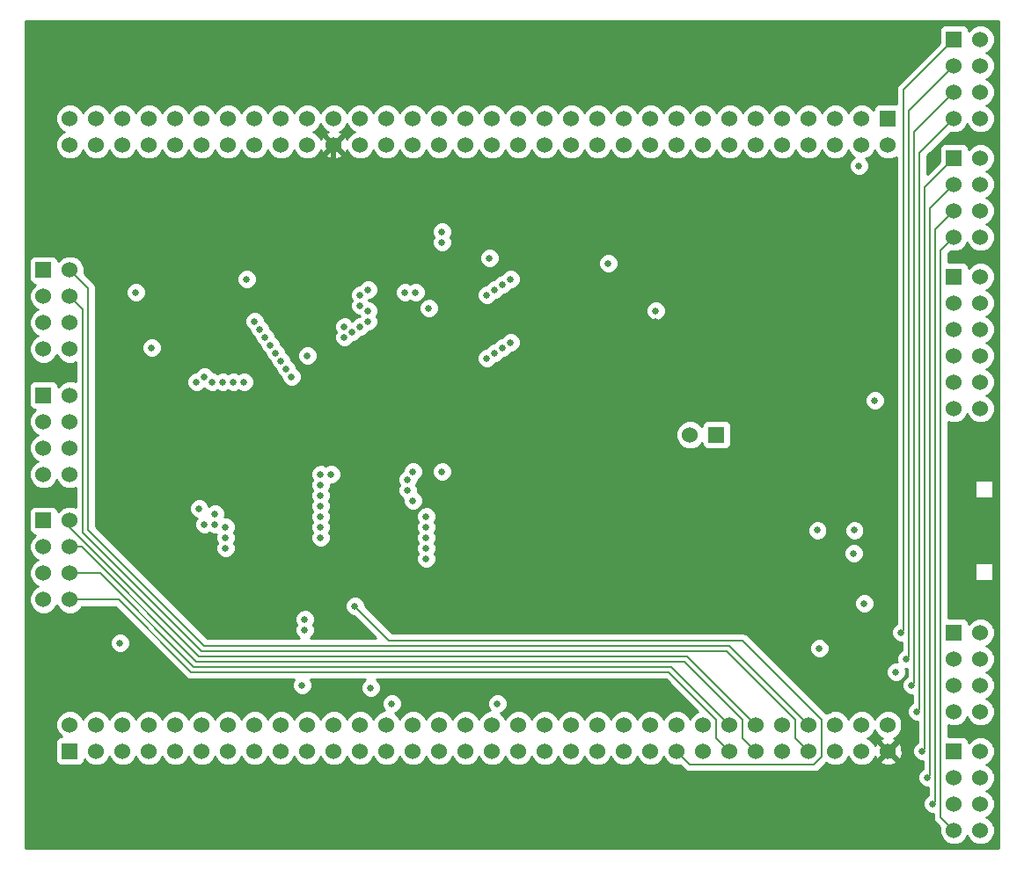
<source format=gbr>
G04 (created by PCBNEW-RS274X (2012-01-19 BZR 3256)-stable) date 14/09/2012 00:22:44*
G01*
G70*
G90*
%MOIN*%
G04 Gerber Fmt 3.4, Leading zero omitted, Abs format*
%FSLAX34Y34*%
G04 APERTURE LIST*
%ADD10C,0.006000*%
%ADD11R,0.060000X0.060000*%
%ADD12C,0.060000*%
%ADD13C,0.025000*%
%ADD14C,0.008000*%
%ADD15C,0.020000*%
%ADD16C,0.010000*%
G04 APERTURE END LIST*
G54D10*
G54D11*
X45500Y-16000D03*
G54D12*
X46500Y-16000D03*
X45500Y-17000D03*
X46500Y-17000D03*
X45500Y-18000D03*
X46500Y-18000D03*
X45500Y-19000D03*
X46500Y-19000D03*
X45500Y-20000D03*
X46500Y-20000D03*
X45500Y-21000D03*
X46500Y-21000D03*
G54D11*
X45500Y-11500D03*
G54D12*
X46500Y-11500D03*
X45500Y-12500D03*
X46500Y-12500D03*
X45500Y-13500D03*
X46500Y-13500D03*
X45500Y-14500D03*
X46500Y-14500D03*
G54D11*
X45500Y-07000D03*
G54D12*
X46500Y-07000D03*
X45500Y-08000D03*
X46500Y-08000D03*
X45500Y-09000D03*
X46500Y-09000D03*
X45500Y-10000D03*
X46500Y-10000D03*
G54D11*
X11000Y-25250D03*
G54D12*
X12000Y-25250D03*
X11000Y-26250D03*
X12000Y-26250D03*
X11000Y-27250D03*
X12000Y-27250D03*
X11000Y-28250D03*
X12000Y-28250D03*
G54D11*
X11000Y-20500D03*
G54D12*
X12000Y-20500D03*
X11000Y-21500D03*
X12000Y-21500D03*
X11000Y-22500D03*
X12000Y-22500D03*
X11000Y-23500D03*
X12000Y-23500D03*
G54D11*
X11000Y-15750D03*
G54D12*
X12000Y-15750D03*
X11000Y-16750D03*
X12000Y-16750D03*
X11000Y-17750D03*
X12000Y-17750D03*
X11000Y-18750D03*
X12000Y-18750D03*
G54D11*
X45500Y-34000D03*
G54D12*
X46500Y-34000D03*
X45500Y-35000D03*
X46500Y-35000D03*
X45500Y-36000D03*
X46500Y-36000D03*
X45500Y-37000D03*
X46500Y-37000D03*
G54D11*
X45500Y-29500D03*
G54D12*
X46500Y-29500D03*
X45500Y-30500D03*
X46500Y-30500D03*
X45500Y-31500D03*
X46500Y-31500D03*
X45500Y-32500D03*
X46500Y-32500D03*
G54D11*
X36500Y-22000D03*
G54D12*
X35500Y-22000D03*
G54D11*
X43000Y-10000D03*
G54D12*
X43000Y-11000D03*
X42000Y-10000D03*
X42000Y-11000D03*
X41000Y-10000D03*
X41000Y-11000D03*
X40000Y-10000D03*
X40000Y-11000D03*
X39000Y-10000D03*
X39000Y-11000D03*
X38000Y-10000D03*
X38000Y-11000D03*
X37000Y-10000D03*
X37000Y-11000D03*
X36000Y-10000D03*
X36000Y-11000D03*
X35000Y-10000D03*
X35000Y-11000D03*
X34000Y-10000D03*
X34000Y-11000D03*
X33000Y-10000D03*
X33000Y-11000D03*
X32000Y-10000D03*
X32000Y-11000D03*
X31000Y-10000D03*
X31000Y-11000D03*
X30000Y-10000D03*
X30000Y-11000D03*
X29000Y-10000D03*
X29000Y-11000D03*
X28000Y-10000D03*
X28000Y-11000D03*
X27000Y-10000D03*
X27000Y-11000D03*
X26000Y-10000D03*
X26000Y-11000D03*
X25000Y-10000D03*
X25000Y-11000D03*
X24000Y-10000D03*
X24000Y-11000D03*
X23000Y-10000D03*
X23000Y-11000D03*
X22000Y-10000D03*
X22000Y-11000D03*
X21000Y-10000D03*
X21000Y-11000D03*
X20000Y-10000D03*
X20000Y-11000D03*
X19000Y-10000D03*
X19000Y-11000D03*
X18000Y-10000D03*
X18000Y-11000D03*
X17000Y-10000D03*
X17000Y-11000D03*
X16000Y-10000D03*
X16000Y-11000D03*
X15000Y-10000D03*
X15000Y-11000D03*
X14000Y-10000D03*
X14000Y-11000D03*
X13000Y-10000D03*
X13000Y-11000D03*
X12000Y-10000D03*
X12000Y-11000D03*
G54D11*
X12000Y-34000D03*
G54D12*
X12000Y-33000D03*
X13000Y-34000D03*
X13000Y-33000D03*
X14000Y-34000D03*
X14000Y-33000D03*
X15000Y-34000D03*
X15000Y-33000D03*
X16000Y-34000D03*
X16000Y-33000D03*
X17000Y-34000D03*
X17000Y-33000D03*
X18000Y-34000D03*
X18000Y-33000D03*
X19000Y-34000D03*
X19000Y-33000D03*
X20000Y-34000D03*
X20000Y-33000D03*
X21000Y-34000D03*
X21000Y-33000D03*
X22000Y-34000D03*
X22000Y-33000D03*
X23000Y-34000D03*
X23000Y-33000D03*
X24000Y-34000D03*
X24000Y-33000D03*
X25000Y-34000D03*
X25000Y-33000D03*
X26000Y-34000D03*
X26000Y-33000D03*
X27000Y-34000D03*
X27000Y-33000D03*
X28000Y-34000D03*
X28000Y-33000D03*
X29000Y-34000D03*
X29000Y-33000D03*
X30000Y-34000D03*
X30000Y-33000D03*
X31000Y-34000D03*
X31000Y-33000D03*
X32000Y-34000D03*
X32000Y-33000D03*
X33000Y-34000D03*
X33000Y-33000D03*
X34000Y-34000D03*
X34000Y-33000D03*
X35000Y-34000D03*
X35000Y-33000D03*
X36000Y-34000D03*
X36000Y-33000D03*
X37000Y-34000D03*
X37000Y-33000D03*
X38000Y-34000D03*
X38000Y-33000D03*
X39000Y-34000D03*
X39000Y-33000D03*
X40000Y-34000D03*
X40000Y-33000D03*
X41000Y-34000D03*
X41000Y-33000D03*
X42000Y-34000D03*
X42000Y-33000D03*
X43000Y-34000D03*
X43000Y-33000D03*
G54D13*
X43300Y-31000D03*
X40400Y-30100D03*
X20900Y-29400D03*
X16800Y-20000D03*
X17100Y-19800D03*
X20800Y-31500D03*
X17400Y-20000D03*
X17900Y-26300D03*
X17800Y-20000D03*
X17900Y-25900D03*
X17900Y-25500D03*
X18200Y-20000D03*
X17500Y-25000D03*
X17500Y-25400D03*
X21500Y-25900D03*
X28700Y-16100D03*
X19000Y-17700D03*
X21500Y-25500D03*
X28400Y-16300D03*
X19200Y-18000D03*
X23000Y-17900D03*
X25500Y-25500D03*
X23300Y-17700D03*
X25500Y-25100D03*
X23300Y-17300D03*
X25000Y-24500D03*
X23000Y-17100D03*
X24800Y-24100D03*
X24800Y-23700D03*
X23000Y-16700D03*
X23300Y-16500D03*
X25000Y-23400D03*
X28100Y-16500D03*
X19400Y-18300D03*
X21500Y-25100D03*
X21500Y-24700D03*
X19600Y-18600D03*
X27800Y-16700D03*
X21500Y-24300D03*
X28700Y-18500D03*
X19800Y-18900D03*
X21500Y-23900D03*
X28400Y-18700D03*
X20000Y-19200D03*
X28100Y-18900D03*
X20200Y-19500D03*
X21500Y-23500D03*
X20400Y-19800D03*
X27800Y-19100D03*
X21900Y-23500D03*
X22400Y-18300D03*
X25500Y-26300D03*
X22700Y-18100D03*
X25500Y-25900D03*
X27900Y-15300D03*
X26100Y-14300D03*
X24700Y-16600D03*
X22400Y-17900D03*
X25500Y-26700D03*
X28200Y-32200D03*
X20900Y-29000D03*
X25100Y-16600D03*
X17100Y-25400D03*
X22800Y-28500D03*
X18600Y-20000D03*
X26100Y-14700D03*
X24200Y-32200D03*
X16900Y-24800D03*
X14500Y-16600D03*
X41900Y-11800D03*
X44700Y-36000D03*
X44500Y-35000D03*
X44300Y-34000D03*
X43900Y-31500D03*
X43700Y-30500D03*
X44100Y-32500D03*
X43500Y-29500D03*
X41725Y-25625D03*
X40325Y-25625D03*
X18700Y-16100D03*
X13900Y-29900D03*
X32400Y-15500D03*
X26100Y-23400D03*
X42100Y-28400D03*
X34200Y-17300D03*
X15100Y-18700D03*
X41700Y-26500D03*
X21000Y-19000D03*
X42500Y-20700D03*
X25600Y-17200D03*
X23400Y-31600D03*
X36000Y-20300D03*
X25500Y-21000D03*
X36000Y-14800D03*
X25600Y-18200D03*
X39200Y-28300D03*
X34200Y-17700D03*
X14400Y-25000D03*
X14400Y-17300D03*
G54D14*
X36500Y-32800D02*
X34700Y-31000D01*
X37000Y-34000D02*
X36500Y-33500D01*
X36500Y-33500D02*
X36500Y-32800D01*
X12000Y-28250D02*
X13850Y-28250D01*
X13850Y-28250D02*
X16600Y-31000D01*
X34700Y-31000D02*
X16600Y-31000D01*
X16700Y-30800D02*
X34800Y-30800D01*
X12000Y-27250D02*
X13150Y-27250D01*
X34800Y-30800D02*
X37000Y-33000D01*
X13150Y-27250D02*
X16700Y-30800D01*
X37500Y-33500D02*
X38000Y-34000D01*
X35300Y-30600D02*
X37500Y-32800D01*
X37500Y-32800D02*
X37500Y-33500D01*
X12000Y-26250D02*
X12450Y-26250D01*
X12450Y-26250D02*
X16800Y-30600D01*
X16800Y-30600D02*
X35300Y-30600D01*
X12000Y-25250D02*
X12000Y-25500D01*
X12000Y-25500D02*
X16900Y-30400D01*
X35400Y-30400D02*
X16900Y-30400D01*
X35400Y-30400D02*
X38000Y-33000D01*
X35500Y-34500D02*
X35000Y-34000D01*
X40500Y-32800D02*
X40500Y-34200D01*
X37500Y-29800D02*
X40500Y-32800D01*
X40500Y-34200D02*
X40200Y-34500D01*
X22800Y-28500D02*
X24100Y-29800D01*
X40200Y-34500D02*
X35500Y-34500D01*
X24100Y-29800D02*
X37500Y-29800D01*
X17000Y-30200D02*
X36900Y-30200D01*
X39500Y-33500D02*
X40000Y-34000D01*
X39500Y-32800D02*
X39500Y-33500D01*
X36900Y-30200D02*
X39500Y-32800D01*
X12500Y-25700D02*
X17000Y-30200D01*
X12500Y-25700D02*
X12500Y-17250D01*
X12500Y-17250D02*
X12000Y-16750D01*
X17100Y-30000D02*
X37000Y-30000D01*
X12700Y-16450D02*
X12000Y-15750D01*
X12700Y-25600D02*
X17100Y-30000D01*
X37000Y-30000D02*
X40000Y-33000D01*
X12700Y-25600D02*
X12700Y-16450D01*
X44800Y-35900D02*
X44700Y-36000D01*
X45500Y-13500D02*
X44800Y-14200D01*
X44800Y-14200D02*
X44800Y-35900D01*
X44600Y-34900D02*
X44500Y-35000D01*
X44600Y-13400D02*
X44600Y-34900D01*
X45500Y-12500D02*
X44600Y-13400D01*
X45500Y-14500D02*
X45000Y-15000D01*
X45000Y-36500D02*
X45500Y-37000D01*
X45000Y-15000D02*
X45000Y-36500D01*
X44400Y-33900D02*
X44300Y-34000D01*
X45500Y-11500D02*
X44400Y-12600D01*
X44400Y-12600D02*
X44400Y-33900D01*
X44000Y-10500D02*
X44000Y-31400D01*
X45500Y-09000D02*
X44000Y-10500D01*
X44000Y-31400D02*
X43900Y-31500D01*
X43700Y-30500D02*
X43800Y-30400D01*
X43800Y-30400D02*
X43800Y-09700D01*
X43800Y-09700D02*
X45500Y-08000D01*
X44200Y-11300D02*
X44200Y-32400D01*
X45500Y-10000D02*
X44200Y-11300D01*
X44200Y-32400D02*
X44100Y-32500D01*
X43600Y-29400D02*
X43600Y-08900D01*
X43500Y-29500D02*
X43600Y-29400D01*
X43600Y-08900D02*
X45500Y-07000D01*
G54D15*
X17800Y-21600D02*
X22200Y-21600D01*
X22000Y-14500D02*
X25600Y-18100D01*
X14400Y-25000D02*
X14400Y-17300D01*
X25600Y-20900D02*
X25600Y-18200D01*
X25500Y-21000D02*
X25600Y-20900D01*
X34200Y-17700D02*
X26100Y-17700D01*
X22000Y-11000D02*
X22000Y-14500D01*
X25600Y-18100D02*
X25600Y-18200D01*
X22200Y-21600D02*
X25600Y-18200D01*
X36000Y-20300D02*
X36000Y-14800D01*
X14400Y-25000D02*
X17800Y-21600D01*
X43600Y-32700D02*
X43600Y-33400D01*
X43600Y-33400D02*
X43000Y-34000D01*
X26100Y-17700D02*
X25600Y-18200D01*
X34200Y-17700D02*
X34200Y-18500D01*
X34200Y-18500D02*
X36000Y-20300D01*
X39200Y-28300D02*
X43600Y-32700D01*
G54D10*
G36*
X47175Y-37675D02*
X47049Y-37675D01*
X47049Y-37109D01*
X47049Y-36891D01*
X46999Y-36770D01*
X46965Y-36689D01*
X46811Y-36535D01*
X46726Y-36500D01*
X46811Y-36465D01*
X46965Y-36311D01*
X46999Y-36229D01*
X47049Y-36109D01*
X47049Y-35891D01*
X46999Y-35770D01*
X46965Y-35689D01*
X46811Y-35535D01*
X46726Y-35500D01*
X46811Y-35465D01*
X46965Y-35311D01*
X46999Y-35229D01*
X47049Y-35109D01*
X47049Y-34891D01*
X46999Y-34770D01*
X46965Y-34689D01*
X46811Y-34535D01*
X46726Y-34500D01*
X46811Y-34465D01*
X46965Y-34311D01*
X46999Y-34229D01*
X47049Y-34109D01*
X47049Y-33891D01*
X46999Y-33770D01*
X46965Y-33689D01*
X46811Y-33535D01*
X46609Y-33451D01*
X46391Y-33451D01*
X46189Y-33535D01*
X46049Y-33675D01*
X46049Y-33651D01*
X46011Y-33559D01*
X45941Y-33489D01*
X45850Y-33451D01*
X45751Y-33451D01*
X45290Y-33451D01*
X45290Y-33007D01*
X45391Y-33049D01*
X45609Y-33049D01*
X45811Y-32965D01*
X45965Y-32811D01*
X46000Y-32726D01*
X46035Y-32811D01*
X46189Y-32965D01*
X46391Y-33049D01*
X46609Y-33049D01*
X46811Y-32965D01*
X46965Y-32811D01*
X46999Y-32729D01*
X47049Y-32609D01*
X47049Y-32391D01*
X46999Y-32270D01*
X46965Y-32189D01*
X46811Y-32035D01*
X46726Y-32000D01*
X46811Y-31965D01*
X46965Y-31811D01*
X46999Y-31729D01*
X47049Y-31609D01*
X47049Y-31391D01*
X46999Y-31270D01*
X46965Y-31189D01*
X46811Y-31035D01*
X46726Y-31000D01*
X46811Y-30965D01*
X46965Y-30811D01*
X46999Y-30729D01*
X47049Y-30609D01*
X47049Y-30391D01*
X46999Y-30270D01*
X46965Y-30189D01*
X46811Y-30035D01*
X46726Y-30000D01*
X46811Y-29965D01*
X46965Y-29811D01*
X46999Y-29729D01*
X47049Y-29609D01*
X47049Y-29391D01*
X46999Y-29270D01*
X46999Y-27550D01*
X46999Y-26848D01*
X46999Y-24400D01*
X46999Y-23698D01*
X46293Y-23698D01*
X46293Y-24400D01*
X46999Y-24400D01*
X46999Y-26848D01*
X46293Y-26848D01*
X46293Y-27550D01*
X46999Y-27550D01*
X46999Y-29270D01*
X46965Y-29189D01*
X46811Y-29035D01*
X46609Y-28951D01*
X46391Y-28951D01*
X46189Y-29035D01*
X46049Y-29175D01*
X46049Y-29151D01*
X46011Y-29059D01*
X45941Y-28989D01*
X45850Y-28951D01*
X45751Y-28951D01*
X45290Y-28951D01*
X45290Y-21507D01*
X45391Y-21549D01*
X45609Y-21549D01*
X45811Y-21465D01*
X45965Y-21311D01*
X46000Y-21226D01*
X46035Y-21311D01*
X46189Y-21465D01*
X46391Y-21549D01*
X46609Y-21549D01*
X46811Y-21465D01*
X46965Y-21311D01*
X47049Y-21109D01*
X47049Y-20891D01*
X46965Y-20689D01*
X46811Y-20535D01*
X46726Y-20500D01*
X46811Y-20465D01*
X46965Y-20311D01*
X47049Y-20109D01*
X47049Y-19891D01*
X46965Y-19689D01*
X46811Y-19535D01*
X46726Y-19500D01*
X46811Y-19465D01*
X46965Y-19311D01*
X47049Y-19109D01*
X47049Y-18891D01*
X46965Y-18689D01*
X46811Y-18535D01*
X46726Y-18500D01*
X46811Y-18465D01*
X46965Y-18311D01*
X47049Y-18109D01*
X47049Y-17891D01*
X46965Y-17689D01*
X46811Y-17535D01*
X46726Y-17500D01*
X46811Y-17465D01*
X46965Y-17311D01*
X47049Y-17109D01*
X47049Y-16891D01*
X46965Y-16689D01*
X46811Y-16535D01*
X46726Y-16500D01*
X46811Y-16465D01*
X46965Y-16311D01*
X47049Y-16109D01*
X47049Y-15891D01*
X46965Y-15689D01*
X46811Y-15535D01*
X46609Y-15451D01*
X46391Y-15451D01*
X46189Y-15535D01*
X46049Y-15675D01*
X46049Y-15651D01*
X46011Y-15559D01*
X45941Y-15489D01*
X45850Y-15451D01*
X45751Y-15451D01*
X45290Y-15451D01*
X45290Y-15120D01*
X45369Y-15040D01*
X45391Y-15049D01*
X45609Y-15049D01*
X45811Y-14965D01*
X45965Y-14811D01*
X46000Y-14726D01*
X46035Y-14811D01*
X46189Y-14965D01*
X46391Y-15049D01*
X46609Y-15049D01*
X46811Y-14965D01*
X46965Y-14811D01*
X47049Y-14609D01*
X47049Y-14391D01*
X46965Y-14189D01*
X46811Y-14035D01*
X46726Y-14000D01*
X46811Y-13965D01*
X46965Y-13811D01*
X47049Y-13609D01*
X47049Y-13391D01*
X46965Y-13189D01*
X46811Y-13035D01*
X46726Y-13000D01*
X46811Y-12965D01*
X46965Y-12811D01*
X47049Y-12609D01*
X47049Y-12391D01*
X46965Y-12189D01*
X46811Y-12035D01*
X46726Y-12000D01*
X46811Y-11965D01*
X46965Y-11811D01*
X47049Y-11609D01*
X47049Y-11391D01*
X46965Y-11189D01*
X46811Y-11035D01*
X46609Y-10951D01*
X46391Y-10951D01*
X46189Y-11035D01*
X46049Y-11175D01*
X46049Y-11151D01*
X46011Y-11059D01*
X45941Y-10989D01*
X45850Y-10951D01*
X45751Y-10951D01*
X45151Y-10951D01*
X45059Y-10989D01*
X44989Y-11059D01*
X44951Y-11150D01*
X44951Y-11249D01*
X44951Y-11638D01*
X44490Y-12099D01*
X44490Y-11420D01*
X45369Y-10540D01*
X45391Y-10549D01*
X45609Y-10549D01*
X45811Y-10465D01*
X45965Y-10311D01*
X46000Y-10226D01*
X46035Y-10311D01*
X46189Y-10465D01*
X46391Y-10549D01*
X46609Y-10549D01*
X46811Y-10465D01*
X46965Y-10311D01*
X47049Y-10109D01*
X47049Y-09891D01*
X46965Y-09689D01*
X46811Y-09535D01*
X46726Y-09500D01*
X46811Y-09465D01*
X46965Y-09311D01*
X47049Y-09109D01*
X47049Y-08891D01*
X46965Y-08689D01*
X46811Y-08535D01*
X46726Y-08500D01*
X46811Y-08465D01*
X46965Y-08311D01*
X47049Y-08109D01*
X47049Y-07891D01*
X46965Y-07689D01*
X46811Y-07535D01*
X46726Y-07500D01*
X46811Y-07465D01*
X46965Y-07311D01*
X47049Y-07109D01*
X47049Y-06891D01*
X46965Y-06689D01*
X46811Y-06535D01*
X46609Y-06451D01*
X46391Y-06451D01*
X46189Y-06535D01*
X46049Y-06675D01*
X46049Y-06651D01*
X46011Y-06559D01*
X45941Y-06489D01*
X45850Y-06451D01*
X45751Y-06451D01*
X45151Y-06451D01*
X45059Y-06489D01*
X44989Y-06559D01*
X44951Y-06650D01*
X44951Y-06749D01*
X44951Y-07139D01*
X43395Y-08695D01*
X43332Y-08789D01*
X43310Y-08900D01*
X43310Y-09451D01*
X43251Y-09451D01*
X42651Y-09451D01*
X42559Y-09489D01*
X42489Y-09559D01*
X42451Y-09650D01*
X42451Y-09675D01*
X42311Y-09535D01*
X42109Y-09451D01*
X41891Y-09451D01*
X41689Y-09535D01*
X41535Y-09689D01*
X41500Y-09773D01*
X41465Y-09689D01*
X41311Y-09535D01*
X41109Y-09451D01*
X40891Y-09451D01*
X40689Y-09535D01*
X40535Y-09689D01*
X40500Y-09773D01*
X40465Y-09689D01*
X40311Y-09535D01*
X40109Y-09451D01*
X39891Y-09451D01*
X39689Y-09535D01*
X39535Y-09689D01*
X39500Y-09773D01*
X39465Y-09689D01*
X39311Y-09535D01*
X39109Y-09451D01*
X38891Y-09451D01*
X38689Y-09535D01*
X38535Y-09689D01*
X38500Y-09773D01*
X38465Y-09689D01*
X38311Y-09535D01*
X38109Y-09451D01*
X37891Y-09451D01*
X37689Y-09535D01*
X37535Y-09689D01*
X37500Y-09773D01*
X37465Y-09689D01*
X37311Y-09535D01*
X37109Y-09451D01*
X36891Y-09451D01*
X36689Y-09535D01*
X36535Y-09689D01*
X36500Y-09773D01*
X36465Y-09689D01*
X36311Y-09535D01*
X36109Y-09451D01*
X35891Y-09451D01*
X35689Y-09535D01*
X35535Y-09689D01*
X35500Y-09773D01*
X35465Y-09689D01*
X35311Y-09535D01*
X35109Y-09451D01*
X34891Y-09451D01*
X34689Y-09535D01*
X34535Y-09689D01*
X34500Y-09773D01*
X34465Y-09689D01*
X34311Y-09535D01*
X34109Y-09451D01*
X33891Y-09451D01*
X33689Y-09535D01*
X33535Y-09689D01*
X33500Y-09773D01*
X33465Y-09689D01*
X33311Y-09535D01*
X33109Y-09451D01*
X32891Y-09451D01*
X32689Y-09535D01*
X32535Y-09689D01*
X32500Y-09773D01*
X32465Y-09689D01*
X32311Y-09535D01*
X32109Y-09451D01*
X31891Y-09451D01*
X31689Y-09535D01*
X31535Y-09689D01*
X31500Y-09773D01*
X31465Y-09689D01*
X31311Y-09535D01*
X31109Y-09451D01*
X30891Y-09451D01*
X30689Y-09535D01*
X30535Y-09689D01*
X30500Y-09773D01*
X30465Y-09689D01*
X30311Y-09535D01*
X30109Y-09451D01*
X29891Y-09451D01*
X29689Y-09535D01*
X29535Y-09689D01*
X29500Y-09773D01*
X29465Y-09689D01*
X29311Y-09535D01*
X29109Y-09451D01*
X28891Y-09451D01*
X28689Y-09535D01*
X28535Y-09689D01*
X28500Y-09773D01*
X28465Y-09689D01*
X28311Y-09535D01*
X28109Y-09451D01*
X27891Y-09451D01*
X27689Y-09535D01*
X27535Y-09689D01*
X27500Y-09773D01*
X27465Y-09689D01*
X27311Y-09535D01*
X27109Y-09451D01*
X26891Y-09451D01*
X26689Y-09535D01*
X26535Y-09689D01*
X26500Y-09773D01*
X26465Y-09689D01*
X26311Y-09535D01*
X26109Y-09451D01*
X25891Y-09451D01*
X25689Y-09535D01*
X25535Y-09689D01*
X25500Y-09773D01*
X25465Y-09689D01*
X25311Y-09535D01*
X25109Y-09451D01*
X24891Y-09451D01*
X24689Y-09535D01*
X24535Y-09689D01*
X24500Y-09773D01*
X24465Y-09689D01*
X24311Y-09535D01*
X24109Y-09451D01*
X23891Y-09451D01*
X23689Y-09535D01*
X23535Y-09689D01*
X23500Y-09773D01*
X23465Y-09689D01*
X23311Y-09535D01*
X23109Y-09451D01*
X22891Y-09451D01*
X22689Y-09535D01*
X22535Y-09689D01*
X22500Y-09773D01*
X22465Y-09689D01*
X22311Y-09535D01*
X22109Y-09451D01*
X21891Y-09451D01*
X21689Y-09535D01*
X21535Y-09689D01*
X21500Y-09773D01*
X21465Y-09689D01*
X21311Y-09535D01*
X21109Y-09451D01*
X20891Y-09451D01*
X20689Y-09535D01*
X20535Y-09689D01*
X20500Y-09773D01*
X20465Y-09689D01*
X20311Y-09535D01*
X20109Y-09451D01*
X19891Y-09451D01*
X19689Y-09535D01*
X19535Y-09689D01*
X19500Y-09773D01*
X19465Y-09689D01*
X19311Y-09535D01*
X19109Y-09451D01*
X18891Y-09451D01*
X18689Y-09535D01*
X18535Y-09689D01*
X18500Y-09773D01*
X18465Y-09689D01*
X18311Y-09535D01*
X18109Y-09451D01*
X17891Y-09451D01*
X17689Y-09535D01*
X17535Y-09689D01*
X17500Y-09773D01*
X17465Y-09689D01*
X17311Y-09535D01*
X17109Y-09451D01*
X16891Y-09451D01*
X16689Y-09535D01*
X16535Y-09689D01*
X16500Y-09773D01*
X16465Y-09689D01*
X16311Y-09535D01*
X16109Y-09451D01*
X15891Y-09451D01*
X15689Y-09535D01*
X15535Y-09689D01*
X15500Y-09773D01*
X15465Y-09689D01*
X15311Y-09535D01*
X15109Y-09451D01*
X14891Y-09451D01*
X14689Y-09535D01*
X14535Y-09689D01*
X14500Y-09773D01*
X14465Y-09689D01*
X14311Y-09535D01*
X14109Y-09451D01*
X13891Y-09451D01*
X13689Y-09535D01*
X13535Y-09689D01*
X13500Y-09773D01*
X13465Y-09689D01*
X13311Y-09535D01*
X13109Y-09451D01*
X12891Y-09451D01*
X12689Y-09535D01*
X12535Y-09689D01*
X12500Y-09773D01*
X12465Y-09689D01*
X12311Y-09535D01*
X12109Y-09451D01*
X11891Y-09451D01*
X11689Y-09535D01*
X11535Y-09689D01*
X11451Y-09891D01*
X11451Y-10109D01*
X11535Y-10311D01*
X11689Y-10465D01*
X11773Y-10500D01*
X11689Y-10535D01*
X11535Y-10689D01*
X11451Y-10891D01*
X11451Y-11109D01*
X11535Y-11311D01*
X11689Y-11465D01*
X11891Y-11549D01*
X12109Y-11549D01*
X12311Y-11465D01*
X12465Y-11311D01*
X12500Y-11226D01*
X12535Y-11311D01*
X12689Y-11465D01*
X12891Y-11549D01*
X13109Y-11549D01*
X13311Y-11465D01*
X13465Y-11311D01*
X13500Y-11226D01*
X13535Y-11311D01*
X13689Y-11465D01*
X13891Y-11549D01*
X14109Y-11549D01*
X14311Y-11465D01*
X14465Y-11311D01*
X14500Y-11226D01*
X14535Y-11311D01*
X14689Y-11465D01*
X14891Y-11549D01*
X15109Y-11549D01*
X15311Y-11465D01*
X15465Y-11311D01*
X15500Y-11226D01*
X15535Y-11311D01*
X15689Y-11465D01*
X15891Y-11549D01*
X16109Y-11549D01*
X16311Y-11465D01*
X16465Y-11311D01*
X16500Y-11226D01*
X16535Y-11311D01*
X16689Y-11465D01*
X16891Y-11549D01*
X17109Y-11549D01*
X17311Y-11465D01*
X17465Y-11311D01*
X17500Y-11226D01*
X17535Y-11311D01*
X17689Y-11465D01*
X17891Y-11549D01*
X18109Y-11549D01*
X18311Y-11465D01*
X18465Y-11311D01*
X18500Y-11226D01*
X18535Y-11311D01*
X18689Y-11465D01*
X18891Y-11549D01*
X19109Y-11549D01*
X19311Y-11465D01*
X19465Y-11311D01*
X19500Y-11226D01*
X19535Y-11311D01*
X19689Y-11465D01*
X19891Y-11549D01*
X20109Y-11549D01*
X20311Y-11465D01*
X20465Y-11311D01*
X20500Y-11226D01*
X20535Y-11311D01*
X20689Y-11465D01*
X20891Y-11549D01*
X21109Y-11549D01*
X21311Y-11465D01*
X21465Y-11311D01*
X21502Y-11219D01*
X21528Y-11281D01*
X21622Y-11308D01*
X21929Y-11000D01*
X21622Y-10692D01*
X21528Y-10719D01*
X21504Y-10784D01*
X21465Y-10689D01*
X21311Y-10535D01*
X21226Y-10500D01*
X21311Y-10465D01*
X21465Y-10311D01*
X21500Y-10226D01*
X21535Y-10311D01*
X21689Y-10465D01*
X21780Y-10502D01*
X21719Y-10528D01*
X21692Y-10622D01*
X22000Y-10929D01*
X22308Y-10622D01*
X22281Y-10528D01*
X22215Y-10504D01*
X22311Y-10465D01*
X22465Y-10311D01*
X22500Y-10226D01*
X22535Y-10311D01*
X22689Y-10465D01*
X22773Y-10500D01*
X22689Y-10535D01*
X22535Y-10689D01*
X22497Y-10780D01*
X22472Y-10719D01*
X22378Y-10692D01*
X22071Y-11000D01*
X22378Y-11308D01*
X22472Y-11281D01*
X22495Y-11215D01*
X22535Y-11311D01*
X22689Y-11465D01*
X22891Y-11549D01*
X23109Y-11549D01*
X23311Y-11465D01*
X23465Y-11311D01*
X23500Y-11226D01*
X23535Y-11311D01*
X23689Y-11465D01*
X23891Y-11549D01*
X24109Y-11549D01*
X24311Y-11465D01*
X24465Y-11311D01*
X24500Y-11226D01*
X24535Y-11311D01*
X24689Y-11465D01*
X24891Y-11549D01*
X25109Y-11549D01*
X25311Y-11465D01*
X25465Y-11311D01*
X25500Y-11226D01*
X25535Y-11311D01*
X25689Y-11465D01*
X25891Y-11549D01*
X26109Y-11549D01*
X26311Y-11465D01*
X26465Y-11311D01*
X26500Y-11226D01*
X26535Y-11311D01*
X26689Y-11465D01*
X26891Y-11549D01*
X27109Y-11549D01*
X27311Y-11465D01*
X27465Y-11311D01*
X27500Y-11226D01*
X27535Y-11311D01*
X27689Y-11465D01*
X27891Y-11549D01*
X28109Y-11549D01*
X28311Y-11465D01*
X28465Y-11311D01*
X28500Y-11226D01*
X28535Y-11311D01*
X28689Y-11465D01*
X28891Y-11549D01*
X29109Y-11549D01*
X29311Y-11465D01*
X29465Y-11311D01*
X29500Y-11226D01*
X29535Y-11311D01*
X29689Y-11465D01*
X29891Y-11549D01*
X30109Y-11549D01*
X30311Y-11465D01*
X30465Y-11311D01*
X30500Y-11226D01*
X30535Y-11311D01*
X30689Y-11465D01*
X30891Y-11549D01*
X31109Y-11549D01*
X31311Y-11465D01*
X31465Y-11311D01*
X31500Y-11226D01*
X31535Y-11311D01*
X31689Y-11465D01*
X31891Y-11549D01*
X32109Y-11549D01*
X32311Y-11465D01*
X32465Y-11311D01*
X32500Y-11226D01*
X32535Y-11311D01*
X32689Y-11465D01*
X32891Y-11549D01*
X33109Y-11549D01*
X33311Y-11465D01*
X33465Y-11311D01*
X33500Y-11226D01*
X33535Y-11311D01*
X33689Y-11465D01*
X33891Y-11549D01*
X34109Y-11549D01*
X34311Y-11465D01*
X34465Y-11311D01*
X34500Y-11226D01*
X34535Y-11311D01*
X34689Y-11465D01*
X34891Y-11549D01*
X35109Y-11549D01*
X35311Y-11465D01*
X35465Y-11311D01*
X35500Y-11226D01*
X35535Y-11311D01*
X35689Y-11465D01*
X35891Y-11549D01*
X36109Y-11549D01*
X36311Y-11465D01*
X36465Y-11311D01*
X36500Y-11226D01*
X36535Y-11311D01*
X36689Y-11465D01*
X36891Y-11549D01*
X37109Y-11549D01*
X37311Y-11465D01*
X37465Y-11311D01*
X37500Y-11226D01*
X37535Y-11311D01*
X37689Y-11465D01*
X37891Y-11549D01*
X38109Y-11549D01*
X38311Y-11465D01*
X38465Y-11311D01*
X38500Y-11226D01*
X38535Y-11311D01*
X38689Y-11465D01*
X38891Y-11549D01*
X39109Y-11549D01*
X39311Y-11465D01*
X39465Y-11311D01*
X39500Y-11226D01*
X39535Y-11311D01*
X39689Y-11465D01*
X39891Y-11549D01*
X40109Y-11549D01*
X40311Y-11465D01*
X40465Y-11311D01*
X40500Y-11226D01*
X40535Y-11311D01*
X40689Y-11465D01*
X40891Y-11549D01*
X41109Y-11549D01*
X41311Y-11465D01*
X41465Y-11311D01*
X41500Y-11226D01*
X41535Y-11311D01*
X41689Y-11465D01*
X41709Y-11473D01*
X41688Y-11482D01*
X41583Y-11587D01*
X41525Y-11725D01*
X41525Y-11874D01*
X41582Y-12012D01*
X41687Y-12117D01*
X41825Y-12175D01*
X41974Y-12175D01*
X42112Y-12118D01*
X42217Y-12013D01*
X42275Y-11875D01*
X42275Y-11726D01*
X42218Y-11588D01*
X42158Y-11528D01*
X42311Y-11465D01*
X42465Y-11311D01*
X42500Y-11226D01*
X42535Y-11311D01*
X42689Y-11465D01*
X42891Y-11549D01*
X43109Y-11549D01*
X43310Y-11465D01*
X43310Y-29172D01*
X43288Y-29182D01*
X43183Y-29287D01*
X43125Y-29425D01*
X43125Y-29574D01*
X43182Y-29712D01*
X43287Y-29817D01*
X43425Y-29875D01*
X43510Y-29875D01*
X43510Y-30172D01*
X43488Y-30182D01*
X43383Y-30287D01*
X43325Y-30425D01*
X43325Y-30574D01*
X43346Y-30625D01*
X43226Y-30625D01*
X43088Y-30682D01*
X42983Y-30787D01*
X42925Y-30925D01*
X42925Y-31074D01*
X42982Y-31212D01*
X43087Y-31317D01*
X43225Y-31375D01*
X43374Y-31375D01*
X43512Y-31318D01*
X43617Y-31213D01*
X43675Y-31075D01*
X43675Y-30926D01*
X43653Y-30875D01*
X43710Y-30875D01*
X43710Y-31172D01*
X43688Y-31182D01*
X43583Y-31287D01*
X43525Y-31425D01*
X43525Y-31574D01*
X43582Y-31712D01*
X43687Y-31817D01*
X43825Y-31875D01*
X43910Y-31875D01*
X43910Y-32172D01*
X43888Y-32182D01*
X43783Y-32287D01*
X43725Y-32425D01*
X43725Y-32574D01*
X43782Y-32712D01*
X43887Y-32817D01*
X44025Y-32875D01*
X44110Y-32875D01*
X44110Y-33672D01*
X44088Y-33682D01*
X43983Y-33787D01*
X43925Y-33925D01*
X43925Y-34074D01*
X43982Y-34212D01*
X44087Y-34317D01*
X44225Y-34375D01*
X44310Y-34375D01*
X44310Y-34672D01*
X44288Y-34682D01*
X44183Y-34787D01*
X44125Y-34925D01*
X44125Y-35074D01*
X44182Y-35212D01*
X44287Y-35317D01*
X44425Y-35375D01*
X44510Y-35375D01*
X44510Y-35672D01*
X44488Y-35682D01*
X44383Y-35787D01*
X44325Y-35925D01*
X44325Y-36074D01*
X44382Y-36212D01*
X44487Y-36317D01*
X44625Y-36375D01*
X44710Y-36375D01*
X44710Y-36500D01*
X44732Y-36611D01*
X44795Y-36705D01*
X44959Y-36869D01*
X44951Y-36891D01*
X44951Y-37109D01*
X45035Y-37311D01*
X45189Y-37465D01*
X45391Y-37549D01*
X45609Y-37549D01*
X45811Y-37465D01*
X45965Y-37311D01*
X46000Y-37226D01*
X46035Y-37311D01*
X46189Y-37465D01*
X46391Y-37549D01*
X46609Y-37549D01*
X46811Y-37465D01*
X46965Y-37311D01*
X46999Y-37229D01*
X47049Y-37109D01*
X47049Y-37675D01*
X46999Y-37675D01*
X43549Y-37675D01*
X43549Y-33109D01*
X43549Y-32891D01*
X43465Y-32689D01*
X43311Y-32535D01*
X43109Y-32451D01*
X42891Y-32451D01*
X42875Y-32457D01*
X42875Y-20775D01*
X42875Y-20626D01*
X42818Y-20488D01*
X42713Y-20383D01*
X42575Y-20325D01*
X42426Y-20325D01*
X42288Y-20382D01*
X42183Y-20487D01*
X42125Y-20625D01*
X42125Y-20774D01*
X42182Y-20912D01*
X42287Y-21017D01*
X42425Y-21075D01*
X42574Y-21075D01*
X42712Y-21018D01*
X42817Y-20913D01*
X42875Y-20775D01*
X42875Y-32457D01*
X42689Y-32535D01*
X42535Y-32689D01*
X42500Y-32773D01*
X42475Y-32713D01*
X42475Y-28475D01*
X42475Y-28326D01*
X42418Y-28188D01*
X42313Y-28083D01*
X42175Y-28025D01*
X42100Y-28025D01*
X42100Y-25700D01*
X42100Y-25551D01*
X42043Y-25413D01*
X41938Y-25308D01*
X41800Y-25250D01*
X41651Y-25250D01*
X41513Y-25307D01*
X41408Y-25412D01*
X41350Y-25550D01*
X41350Y-25699D01*
X41407Y-25837D01*
X41512Y-25942D01*
X41650Y-26000D01*
X41799Y-26000D01*
X41937Y-25943D01*
X42042Y-25838D01*
X42100Y-25700D01*
X42100Y-28025D01*
X42075Y-28025D01*
X42075Y-26575D01*
X42075Y-26426D01*
X42018Y-26288D01*
X41913Y-26183D01*
X41775Y-26125D01*
X41626Y-26125D01*
X41488Y-26182D01*
X41383Y-26287D01*
X41325Y-26425D01*
X41325Y-26574D01*
X41382Y-26712D01*
X41487Y-26817D01*
X41625Y-26875D01*
X41774Y-26875D01*
X41912Y-26818D01*
X42017Y-26713D01*
X42075Y-26575D01*
X42075Y-28025D01*
X42026Y-28025D01*
X41888Y-28082D01*
X41783Y-28187D01*
X41725Y-28325D01*
X41725Y-28474D01*
X41782Y-28612D01*
X41887Y-28717D01*
X42025Y-28775D01*
X42174Y-28775D01*
X42312Y-28718D01*
X42417Y-28613D01*
X42475Y-28475D01*
X42475Y-32713D01*
X42465Y-32689D01*
X42311Y-32535D01*
X42109Y-32451D01*
X41891Y-32451D01*
X41689Y-32535D01*
X41535Y-32689D01*
X41500Y-32773D01*
X41465Y-32689D01*
X41311Y-32535D01*
X41109Y-32451D01*
X40891Y-32451D01*
X40775Y-32499D01*
X40775Y-30175D01*
X40775Y-30026D01*
X40718Y-29888D01*
X40700Y-29870D01*
X40700Y-25700D01*
X40700Y-25551D01*
X40643Y-25413D01*
X40538Y-25308D01*
X40400Y-25250D01*
X40251Y-25250D01*
X40113Y-25307D01*
X40008Y-25412D01*
X39950Y-25550D01*
X39950Y-25699D01*
X40007Y-25837D01*
X40112Y-25942D01*
X40250Y-26000D01*
X40399Y-26000D01*
X40537Y-25943D01*
X40642Y-25838D01*
X40700Y-25700D01*
X40700Y-29870D01*
X40613Y-29783D01*
X40475Y-29725D01*
X40326Y-29725D01*
X40188Y-29782D01*
X40083Y-29887D01*
X40025Y-30025D01*
X40025Y-30174D01*
X40082Y-30312D01*
X40187Y-30417D01*
X40325Y-30475D01*
X40474Y-30475D01*
X40612Y-30418D01*
X40717Y-30313D01*
X40775Y-30175D01*
X40775Y-32499D01*
X40689Y-32535D01*
X40667Y-32556D01*
X37705Y-29595D01*
X37611Y-29532D01*
X37500Y-29510D01*
X37049Y-29510D01*
X37049Y-22350D01*
X37049Y-22251D01*
X37049Y-21651D01*
X37011Y-21559D01*
X36941Y-21489D01*
X36850Y-21451D01*
X36751Y-21451D01*
X36151Y-21451D01*
X36059Y-21489D01*
X35989Y-21559D01*
X35951Y-21650D01*
X35951Y-21675D01*
X35811Y-21535D01*
X35609Y-21451D01*
X35391Y-21451D01*
X35189Y-21535D01*
X35035Y-21689D01*
X34951Y-21891D01*
X34951Y-22109D01*
X35035Y-22311D01*
X35189Y-22465D01*
X35391Y-22549D01*
X35609Y-22549D01*
X35811Y-22465D01*
X35951Y-22325D01*
X35951Y-22349D01*
X35989Y-22441D01*
X36059Y-22511D01*
X36150Y-22549D01*
X36249Y-22549D01*
X36849Y-22549D01*
X36941Y-22511D01*
X37011Y-22441D01*
X37049Y-22350D01*
X37049Y-29510D01*
X34575Y-29510D01*
X34575Y-17375D01*
X34575Y-17226D01*
X34518Y-17088D01*
X34413Y-16983D01*
X34275Y-16925D01*
X34126Y-16925D01*
X33988Y-16982D01*
X33883Y-17087D01*
X33825Y-17225D01*
X33825Y-17374D01*
X33882Y-17512D01*
X33987Y-17617D01*
X34125Y-17675D01*
X34274Y-17675D01*
X34412Y-17618D01*
X34517Y-17513D01*
X34575Y-17375D01*
X34575Y-29510D01*
X32775Y-29510D01*
X32775Y-15575D01*
X32775Y-15426D01*
X32718Y-15288D01*
X32613Y-15183D01*
X32475Y-15125D01*
X32326Y-15125D01*
X32188Y-15182D01*
X32083Y-15287D01*
X32025Y-15425D01*
X32025Y-15574D01*
X32082Y-15712D01*
X32187Y-15817D01*
X32325Y-15875D01*
X32474Y-15875D01*
X32612Y-15818D01*
X32717Y-15713D01*
X32775Y-15575D01*
X32775Y-29510D01*
X29075Y-29510D01*
X29075Y-18575D01*
X29075Y-18426D01*
X29075Y-16175D01*
X29075Y-16026D01*
X29018Y-15888D01*
X28913Y-15783D01*
X28775Y-15725D01*
X28626Y-15725D01*
X28488Y-15782D01*
X28383Y-15887D01*
X28367Y-15925D01*
X28326Y-15925D01*
X28275Y-15946D01*
X28275Y-15375D01*
X28275Y-15226D01*
X28218Y-15088D01*
X28113Y-14983D01*
X27975Y-14925D01*
X27826Y-14925D01*
X27688Y-14982D01*
X27583Y-15087D01*
X27525Y-15225D01*
X27525Y-15374D01*
X27582Y-15512D01*
X27687Y-15617D01*
X27825Y-15675D01*
X27974Y-15675D01*
X28112Y-15618D01*
X28217Y-15513D01*
X28275Y-15375D01*
X28275Y-15946D01*
X28188Y-15982D01*
X28083Y-16087D01*
X28067Y-16125D01*
X28026Y-16125D01*
X27888Y-16182D01*
X27783Y-16287D01*
X27767Y-16325D01*
X27726Y-16325D01*
X27588Y-16382D01*
X27483Y-16487D01*
X27425Y-16625D01*
X27425Y-16774D01*
X27482Y-16912D01*
X27587Y-17017D01*
X27725Y-17075D01*
X27874Y-17075D01*
X28012Y-17018D01*
X28117Y-16913D01*
X28132Y-16875D01*
X28174Y-16875D01*
X28312Y-16818D01*
X28417Y-16713D01*
X28432Y-16675D01*
X28474Y-16675D01*
X28612Y-16618D01*
X28717Y-16513D01*
X28732Y-16475D01*
X28774Y-16475D01*
X28912Y-16418D01*
X29017Y-16313D01*
X29075Y-16175D01*
X29075Y-18426D01*
X29018Y-18288D01*
X28913Y-18183D01*
X28775Y-18125D01*
X28626Y-18125D01*
X28488Y-18182D01*
X28383Y-18287D01*
X28367Y-18325D01*
X28326Y-18325D01*
X28188Y-18382D01*
X28083Y-18487D01*
X28067Y-18525D01*
X28026Y-18525D01*
X27888Y-18582D01*
X27783Y-18687D01*
X27767Y-18725D01*
X27726Y-18725D01*
X27588Y-18782D01*
X27483Y-18887D01*
X27425Y-19025D01*
X27425Y-19174D01*
X27482Y-19312D01*
X27587Y-19417D01*
X27725Y-19475D01*
X27874Y-19475D01*
X28012Y-19418D01*
X28117Y-19313D01*
X28132Y-19275D01*
X28174Y-19275D01*
X28312Y-19218D01*
X28417Y-19113D01*
X28432Y-19075D01*
X28474Y-19075D01*
X28612Y-19018D01*
X28717Y-18913D01*
X28732Y-18875D01*
X28774Y-18875D01*
X28912Y-18818D01*
X29017Y-18713D01*
X29075Y-18575D01*
X29075Y-29510D01*
X26475Y-29510D01*
X26475Y-23475D01*
X26475Y-23326D01*
X26475Y-14775D01*
X26475Y-14626D01*
X26422Y-14499D01*
X26475Y-14375D01*
X26475Y-14226D01*
X26418Y-14088D01*
X26313Y-13983D01*
X26175Y-13925D01*
X26026Y-13925D01*
X25888Y-13982D01*
X25783Y-14087D01*
X25725Y-14225D01*
X25725Y-14374D01*
X25777Y-14500D01*
X25725Y-14625D01*
X25725Y-14774D01*
X25782Y-14912D01*
X25887Y-15017D01*
X26025Y-15075D01*
X26174Y-15075D01*
X26312Y-15018D01*
X26417Y-14913D01*
X26475Y-14775D01*
X26475Y-23326D01*
X26418Y-23188D01*
X26313Y-23083D01*
X26175Y-23025D01*
X26026Y-23025D01*
X25975Y-23046D01*
X25975Y-17275D01*
X25975Y-17126D01*
X25918Y-16988D01*
X25813Y-16883D01*
X25675Y-16825D01*
X25526Y-16825D01*
X25475Y-16846D01*
X25475Y-16675D01*
X25475Y-16526D01*
X25418Y-16388D01*
X25313Y-16283D01*
X25175Y-16225D01*
X25026Y-16225D01*
X24899Y-16277D01*
X24775Y-16225D01*
X24626Y-16225D01*
X24488Y-16282D01*
X24383Y-16387D01*
X24325Y-16525D01*
X24325Y-16674D01*
X24382Y-16812D01*
X24487Y-16917D01*
X24625Y-16975D01*
X24774Y-16975D01*
X24900Y-16922D01*
X25025Y-16975D01*
X25174Y-16975D01*
X25312Y-16918D01*
X25417Y-16813D01*
X25475Y-16675D01*
X25475Y-16846D01*
X25388Y-16882D01*
X25283Y-16987D01*
X25225Y-17125D01*
X25225Y-17274D01*
X25282Y-17412D01*
X25387Y-17517D01*
X25525Y-17575D01*
X25674Y-17575D01*
X25812Y-17518D01*
X25917Y-17413D01*
X25975Y-17275D01*
X25975Y-23046D01*
X25888Y-23082D01*
X25783Y-23187D01*
X25725Y-23325D01*
X25725Y-23474D01*
X25782Y-23612D01*
X25887Y-23717D01*
X26025Y-23775D01*
X26174Y-23775D01*
X26312Y-23718D01*
X26417Y-23613D01*
X26475Y-23475D01*
X26475Y-29510D01*
X25875Y-29510D01*
X25875Y-26775D01*
X25875Y-26626D01*
X25822Y-26499D01*
X25875Y-26375D01*
X25875Y-26226D01*
X25822Y-26099D01*
X25875Y-25975D01*
X25875Y-25826D01*
X25822Y-25699D01*
X25875Y-25575D01*
X25875Y-25426D01*
X25822Y-25299D01*
X25875Y-25175D01*
X25875Y-25026D01*
X25818Y-24888D01*
X25713Y-24783D01*
X25575Y-24725D01*
X25426Y-24725D01*
X25375Y-24746D01*
X25375Y-24575D01*
X25375Y-24426D01*
X25318Y-24288D01*
X25213Y-24183D01*
X25175Y-24167D01*
X25175Y-24026D01*
X25122Y-23899D01*
X25175Y-23775D01*
X25175Y-23733D01*
X25212Y-23718D01*
X25317Y-23613D01*
X25375Y-23475D01*
X25375Y-23326D01*
X25318Y-23188D01*
X25213Y-23083D01*
X25075Y-23025D01*
X24926Y-23025D01*
X24788Y-23082D01*
X24683Y-23187D01*
X24625Y-23325D01*
X24625Y-23366D01*
X24588Y-23382D01*
X24483Y-23487D01*
X24425Y-23625D01*
X24425Y-23774D01*
X24477Y-23900D01*
X24425Y-24025D01*
X24425Y-24174D01*
X24482Y-24312D01*
X24587Y-24417D01*
X24625Y-24432D01*
X24625Y-24574D01*
X24682Y-24712D01*
X24787Y-24817D01*
X24925Y-24875D01*
X25074Y-24875D01*
X25212Y-24818D01*
X25317Y-24713D01*
X25375Y-24575D01*
X25375Y-24746D01*
X25288Y-24782D01*
X25183Y-24887D01*
X25125Y-25025D01*
X25125Y-25174D01*
X25177Y-25300D01*
X25125Y-25425D01*
X25125Y-25574D01*
X25177Y-25700D01*
X25125Y-25825D01*
X25125Y-25974D01*
X25177Y-26100D01*
X25125Y-26225D01*
X25125Y-26374D01*
X25177Y-26500D01*
X25125Y-26625D01*
X25125Y-26774D01*
X25182Y-26912D01*
X25287Y-27017D01*
X25425Y-27075D01*
X25574Y-27075D01*
X25712Y-27018D01*
X25817Y-26913D01*
X25875Y-26775D01*
X25875Y-29510D01*
X24220Y-29510D01*
X23675Y-28965D01*
X23675Y-17775D01*
X23675Y-17626D01*
X23622Y-17499D01*
X23675Y-17375D01*
X23675Y-17226D01*
X23618Y-17088D01*
X23513Y-16983D01*
X23375Y-16925D01*
X23333Y-16925D01*
X23322Y-16899D01*
X23332Y-16875D01*
X23374Y-16875D01*
X23512Y-16818D01*
X23617Y-16713D01*
X23675Y-16575D01*
X23675Y-16426D01*
X23618Y-16288D01*
X23513Y-16183D01*
X23375Y-16125D01*
X23226Y-16125D01*
X23088Y-16182D01*
X22983Y-16287D01*
X22967Y-16325D01*
X22926Y-16325D01*
X22788Y-16382D01*
X22683Y-16487D01*
X22625Y-16625D01*
X22625Y-16774D01*
X22677Y-16900D01*
X22625Y-17025D01*
X22625Y-17174D01*
X22682Y-17312D01*
X22787Y-17417D01*
X22925Y-17475D01*
X22966Y-17475D01*
X22977Y-17500D01*
X22967Y-17525D01*
X22926Y-17525D01*
X22788Y-17582D01*
X22700Y-17670D01*
X22613Y-17583D01*
X22475Y-17525D01*
X22326Y-17525D01*
X22308Y-17532D01*
X22308Y-11378D01*
X22000Y-11071D01*
X21692Y-11378D01*
X21719Y-11472D01*
X21921Y-11543D01*
X22134Y-11532D01*
X22281Y-11472D01*
X22308Y-11378D01*
X22308Y-17532D01*
X22188Y-17582D01*
X22083Y-17687D01*
X22025Y-17825D01*
X22025Y-17974D01*
X22077Y-18100D01*
X22025Y-18225D01*
X22025Y-18374D01*
X22082Y-18512D01*
X22187Y-18617D01*
X22325Y-18675D01*
X22474Y-18675D01*
X22612Y-18618D01*
X22717Y-18513D01*
X22732Y-18475D01*
X22774Y-18475D01*
X22912Y-18418D01*
X23017Y-18313D01*
X23032Y-18275D01*
X23074Y-18275D01*
X23212Y-18218D01*
X23317Y-18113D01*
X23332Y-18075D01*
X23374Y-18075D01*
X23512Y-18018D01*
X23617Y-17913D01*
X23675Y-17775D01*
X23675Y-28965D01*
X23175Y-28465D01*
X23175Y-28426D01*
X23118Y-28288D01*
X23013Y-28183D01*
X22875Y-28125D01*
X22726Y-28125D01*
X22588Y-28182D01*
X22483Y-28287D01*
X22425Y-28425D01*
X22425Y-28574D01*
X22482Y-28712D01*
X22587Y-28817D01*
X22725Y-28875D01*
X22765Y-28875D01*
X23600Y-29710D01*
X22275Y-29710D01*
X22275Y-23575D01*
X22275Y-23426D01*
X22218Y-23288D01*
X22113Y-23183D01*
X21975Y-23125D01*
X21826Y-23125D01*
X21699Y-23177D01*
X21575Y-23125D01*
X21426Y-23125D01*
X21375Y-23146D01*
X21375Y-19075D01*
X21375Y-18926D01*
X21318Y-18788D01*
X21213Y-18683D01*
X21075Y-18625D01*
X20926Y-18625D01*
X20788Y-18682D01*
X20683Y-18787D01*
X20625Y-18925D01*
X20625Y-19074D01*
X20682Y-19212D01*
X20787Y-19317D01*
X20925Y-19375D01*
X21074Y-19375D01*
X21212Y-19318D01*
X21317Y-19213D01*
X21375Y-19075D01*
X21375Y-23146D01*
X21288Y-23182D01*
X21183Y-23287D01*
X21125Y-23425D01*
X21125Y-23574D01*
X21177Y-23700D01*
X21125Y-23825D01*
X21125Y-23974D01*
X21177Y-24100D01*
X21125Y-24225D01*
X21125Y-24374D01*
X21177Y-24500D01*
X21125Y-24625D01*
X21125Y-24774D01*
X21177Y-24900D01*
X21125Y-25025D01*
X21125Y-25174D01*
X21177Y-25300D01*
X21125Y-25425D01*
X21125Y-25574D01*
X21177Y-25700D01*
X21125Y-25825D01*
X21125Y-25974D01*
X21182Y-26112D01*
X21287Y-26217D01*
X21425Y-26275D01*
X21574Y-26275D01*
X21712Y-26218D01*
X21817Y-26113D01*
X21875Y-25975D01*
X21875Y-25826D01*
X21822Y-25699D01*
X21875Y-25575D01*
X21875Y-25426D01*
X21822Y-25299D01*
X21875Y-25175D01*
X21875Y-25026D01*
X21822Y-24899D01*
X21875Y-24775D01*
X21875Y-24626D01*
X21822Y-24499D01*
X21875Y-24375D01*
X21875Y-24226D01*
X21822Y-24099D01*
X21875Y-23975D01*
X21875Y-23875D01*
X21974Y-23875D01*
X22112Y-23818D01*
X22217Y-23713D01*
X22275Y-23575D01*
X22275Y-29710D01*
X21120Y-29710D01*
X21217Y-29613D01*
X21275Y-29475D01*
X21275Y-29326D01*
X21222Y-29199D01*
X21275Y-29075D01*
X21275Y-28926D01*
X21218Y-28788D01*
X21113Y-28683D01*
X20975Y-28625D01*
X20826Y-28625D01*
X20775Y-28646D01*
X20775Y-19875D01*
X20775Y-19726D01*
X20718Y-19588D01*
X20613Y-19483D01*
X20575Y-19467D01*
X20575Y-19426D01*
X20518Y-19288D01*
X20413Y-19183D01*
X20375Y-19167D01*
X20375Y-19126D01*
X20318Y-18988D01*
X20213Y-18883D01*
X20175Y-18867D01*
X20175Y-18826D01*
X20118Y-18688D01*
X20013Y-18583D01*
X19975Y-18567D01*
X19975Y-18526D01*
X19918Y-18388D01*
X19813Y-18283D01*
X19775Y-18267D01*
X19775Y-18226D01*
X19718Y-18088D01*
X19613Y-17983D01*
X19575Y-17967D01*
X19575Y-17926D01*
X19518Y-17788D01*
X19413Y-17683D01*
X19375Y-17667D01*
X19375Y-17626D01*
X19318Y-17488D01*
X19213Y-17383D01*
X19075Y-17325D01*
X19075Y-16175D01*
X19075Y-16026D01*
X19018Y-15888D01*
X18913Y-15783D01*
X18775Y-15725D01*
X18626Y-15725D01*
X18488Y-15782D01*
X18383Y-15887D01*
X18325Y-16025D01*
X18325Y-16174D01*
X18382Y-16312D01*
X18487Y-16417D01*
X18625Y-16475D01*
X18774Y-16475D01*
X18912Y-16418D01*
X19017Y-16313D01*
X19075Y-16175D01*
X19075Y-17325D01*
X18926Y-17325D01*
X18788Y-17382D01*
X18683Y-17487D01*
X18625Y-17625D01*
X18625Y-17774D01*
X18682Y-17912D01*
X18787Y-18017D01*
X18825Y-18032D01*
X18825Y-18074D01*
X18882Y-18212D01*
X18987Y-18317D01*
X19025Y-18332D01*
X19025Y-18374D01*
X19082Y-18512D01*
X19187Y-18617D01*
X19225Y-18632D01*
X19225Y-18674D01*
X19282Y-18812D01*
X19387Y-18917D01*
X19425Y-18932D01*
X19425Y-18974D01*
X19482Y-19112D01*
X19587Y-19217D01*
X19625Y-19232D01*
X19625Y-19274D01*
X19682Y-19412D01*
X19787Y-19517D01*
X19825Y-19532D01*
X19825Y-19574D01*
X19882Y-19712D01*
X19987Y-19817D01*
X20025Y-19832D01*
X20025Y-19874D01*
X20082Y-20012D01*
X20187Y-20117D01*
X20325Y-20175D01*
X20474Y-20175D01*
X20612Y-20118D01*
X20717Y-20013D01*
X20775Y-19875D01*
X20775Y-28646D01*
X20688Y-28682D01*
X20583Y-28787D01*
X20525Y-28925D01*
X20525Y-29074D01*
X20577Y-29200D01*
X20525Y-29325D01*
X20525Y-29474D01*
X20582Y-29612D01*
X20680Y-29710D01*
X18975Y-29710D01*
X18975Y-20075D01*
X18975Y-19926D01*
X18918Y-19788D01*
X18813Y-19683D01*
X18675Y-19625D01*
X18526Y-19625D01*
X18399Y-19677D01*
X18275Y-19625D01*
X18126Y-19625D01*
X17999Y-19677D01*
X17875Y-19625D01*
X17726Y-19625D01*
X17599Y-19677D01*
X17475Y-19625D01*
X17433Y-19625D01*
X17418Y-19588D01*
X17313Y-19483D01*
X17175Y-19425D01*
X17026Y-19425D01*
X16888Y-19482D01*
X16783Y-19587D01*
X16767Y-19625D01*
X16726Y-19625D01*
X16588Y-19682D01*
X16483Y-19787D01*
X16425Y-19925D01*
X16425Y-20074D01*
X16482Y-20212D01*
X16587Y-20317D01*
X16725Y-20375D01*
X16874Y-20375D01*
X17012Y-20318D01*
X17100Y-20230D01*
X17187Y-20317D01*
X17325Y-20375D01*
X17474Y-20375D01*
X17600Y-20322D01*
X17725Y-20375D01*
X17874Y-20375D01*
X18000Y-20322D01*
X18125Y-20375D01*
X18274Y-20375D01*
X18400Y-20322D01*
X18525Y-20375D01*
X18674Y-20375D01*
X18812Y-20318D01*
X18917Y-20213D01*
X18975Y-20075D01*
X18975Y-29710D01*
X18275Y-29710D01*
X18275Y-26375D01*
X18275Y-26226D01*
X18222Y-26099D01*
X18275Y-25975D01*
X18275Y-25826D01*
X18222Y-25699D01*
X18275Y-25575D01*
X18275Y-25426D01*
X18218Y-25288D01*
X18113Y-25183D01*
X17975Y-25125D01*
X17853Y-25125D01*
X17875Y-25075D01*
X17875Y-24926D01*
X17818Y-24788D01*
X17713Y-24683D01*
X17575Y-24625D01*
X17426Y-24625D01*
X17288Y-24682D01*
X17265Y-24704D01*
X17218Y-24588D01*
X17113Y-24483D01*
X16975Y-24425D01*
X16826Y-24425D01*
X16688Y-24482D01*
X16583Y-24587D01*
X16525Y-24725D01*
X16525Y-24874D01*
X16582Y-25012D01*
X16687Y-25117D01*
X16803Y-25166D01*
X16783Y-25187D01*
X16725Y-25325D01*
X16725Y-25474D01*
X16782Y-25612D01*
X16887Y-25717D01*
X17025Y-25775D01*
X17174Y-25775D01*
X17300Y-25722D01*
X17425Y-25775D01*
X17546Y-25775D01*
X17525Y-25825D01*
X17525Y-25974D01*
X17577Y-26100D01*
X17525Y-26225D01*
X17525Y-26374D01*
X17582Y-26512D01*
X17687Y-26617D01*
X17825Y-26675D01*
X17974Y-26675D01*
X18112Y-26618D01*
X18217Y-26513D01*
X18275Y-26375D01*
X18275Y-29710D01*
X17220Y-29710D01*
X15475Y-27965D01*
X15475Y-18775D01*
X15475Y-18626D01*
X15418Y-18488D01*
X15313Y-18383D01*
X15175Y-18325D01*
X15026Y-18325D01*
X14888Y-18382D01*
X14875Y-18395D01*
X14875Y-16675D01*
X14875Y-16526D01*
X14818Y-16388D01*
X14713Y-16283D01*
X14575Y-16225D01*
X14426Y-16225D01*
X14288Y-16282D01*
X14183Y-16387D01*
X14125Y-16525D01*
X14125Y-16674D01*
X14182Y-16812D01*
X14287Y-16917D01*
X14425Y-16975D01*
X14574Y-16975D01*
X14712Y-16918D01*
X14817Y-16813D01*
X14875Y-16675D01*
X14875Y-18395D01*
X14783Y-18487D01*
X14725Y-18625D01*
X14725Y-18774D01*
X14782Y-18912D01*
X14887Y-19017D01*
X15025Y-19075D01*
X15174Y-19075D01*
X15312Y-19018D01*
X15417Y-18913D01*
X15475Y-18775D01*
X15475Y-27965D01*
X12990Y-25480D01*
X12990Y-16450D01*
X12989Y-16449D01*
X12968Y-16339D01*
X12967Y-16338D01*
X12905Y-16245D01*
X12904Y-16244D01*
X12540Y-15880D01*
X12549Y-15859D01*
X12549Y-15641D01*
X12465Y-15439D01*
X12311Y-15285D01*
X12109Y-15201D01*
X11891Y-15201D01*
X11689Y-15285D01*
X11549Y-15425D01*
X11549Y-15401D01*
X11511Y-15309D01*
X11441Y-15239D01*
X11350Y-15201D01*
X11251Y-15201D01*
X10651Y-15201D01*
X10559Y-15239D01*
X10489Y-15309D01*
X10451Y-15400D01*
X10451Y-15499D01*
X10451Y-16099D01*
X10489Y-16191D01*
X10559Y-16261D01*
X10650Y-16299D01*
X10675Y-16299D01*
X10535Y-16439D01*
X10451Y-16641D01*
X10451Y-16859D01*
X10535Y-17061D01*
X10689Y-17215D01*
X10773Y-17250D01*
X10689Y-17285D01*
X10535Y-17439D01*
X10451Y-17641D01*
X10451Y-17859D01*
X10535Y-18061D01*
X10689Y-18215D01*
X10773Y-18250D01*
X10689Y-18285D01*
X10535Y-18439D01*
X10451Y-18641D01*
X10451Y-18859D01*
X10535Y-19061D01*
X10689Y-19215D01*
X10891Y-19299D01*
X11109Y-19299D01*
X11311Y-19215D01*
X11465Y-19061D01*
X11500Y-18976D01*
X11535Y-19061D01*
X11689Y-19215D01*
X11891Y-19299D01*
X12109Y-19299D01*
X12210Y-19257D01*
X12210Y-19993D01*
X12109Y-19951D01*
X11891Y-19951D01*
X11689Y-20035D01*
X11549Y-20175D01*
X11549Y-20151D01*
X11511Y-20059D01*
X11441Y-19989D01*
X11350Y-19951D01*
X11251Y-19951D01*
X10651Y-19951D01*
X10559Y-19989D01*
X10489Y-20059D01*
X10451Y-20150D01*
X10451Y-20249D01*
X10451Y-20849D01*
X10489Y-20941D01*
X10559Y-21011D01*
X10650Y-21049D01*
X10675Y-21049D01*
X10535Y-21189D01*
X10451Y-21391D01*
X10451Y-21609D01*
X10535Y-21811D01*
X10689Y-21965D01*
X10773Y-22000D01*
X10689Y-22035D01*
X10535Y-22189D01*
X10451Y-22391D01*
X10451Y-22609D01*
X10535Y-22811D01*
X10689Y-22965D01*
X10773Y-23000D01*
X10689Y-23035D01*
X10535Y-23189D01*
X10451Y-23391D01*
X10451Y-23609D01*
X10535Y-23811D01*
X10689Y-23965D01*
X10891Y-24049D01*
X11109Y-24049D01*
X11311Y-23965D01*
X11465Y-23811D01*
X11500Y-23726D01*
X11535Y-23811D01*
X11689Y-23965D01*
X11891Y-24049D01*
X12109Y-24049D01*
X12210Y-24007D01*
X12210Y-24743D01*
X12109Y-24701D01*
X11891Y-24701D01*
X11689Y-24785D01*
X11549Y-24925D01*
X11549Y-24901D01*
X11511Y-24809D01*
X11441Y-24739D01*
X11350Y-24701D01*
X11251Y-24701D01*
X10651Y-24701D01*
X10559Y-24739D01*
X10489Y-24809D01*
X10451Y-24900D01*
X10451Y-24999D01*
X10451Y-25599D01*
X10489Y-25691D01*
X10559Y-25761D01*
X10650Y-25799D01*
X10675Y-25799D01*
X10535Y-25939D01*
X10451Y-26141D01*
X10451Y-26359D01*
X10535Y-26561D01*
X10689Y-26715D01*
X10773Y-26750D01*
X10689Y-26785D01*
X10535Y-26939D01*
X10451Y-27141D01*
X10451Y-27359D01*
X10535Y-27561D01*
X10689Y-27715D01*
X10773Y-27750D01*
X10689Y-27785D01*
X10535Y-27939D01*
X10451Y-28141D01*
X10451Y-28359D01*
X10535Y-28561D01*
X10689Y-28715D01*
X10891Y-28799D01*
X11109Y-28799D01*
X11311Y-28715D01*
X11465Y-28561D01*
X11500Y-28476D01*
X11535Y-28561D01*
X11689Y-28715D01*
X11891Y-28799D01*
X12109Y-28799D01*
X12311Y-28715D01*
X12465Y-28561D01*
X12473Y-28540D01*
X13730Y-28540D01*
X16395Y-31205D01*
X16489Y-31268D01*
X16600Y-31290D01*
X20481Y-31290D01*
X20425Y-31425D01*
X20425Y-31574D01*
X20482Y-31712D01*
X20587Y-31817D01*
X20725Y-31875D01*
X20874Y-31875D01*
X21012Y-31818D01*
X21117Y-31713D01*
X21175Y-31575D01*
X21175Y-31426D01*
X21118Y-31290D01*
X23180Y-31290D01*
X23083Y-31387D01*
X23025Y-31525D01*
X23025Y-31674D01*
X23082Y-31812D01*
X23187Y-31917D01*
X23325Y-31975D01*
X23474Y-31975D01*
X23612Y-31918D01*
X23717Y-31813D01*
X23775Y-31675D01*
X23775Y-31526D01*
X23718Y-31388D01*
X23620Y-31290D01*
X34580Y-31290D01*
X35785Y-32495D01*
X35689Y-32535D01*
X35535Y-32689D01*
X35500Y-32773D01*
X35465Y-32689D01*
X35311Y-32535D01*
X35109Y-32451D01*
X34891Y-32451D01*
X34689Y-32535D01*
X34535Y-32689D01*
X34500Y-32773D01*
X34465Y-32689D01*
X34311Y-32535D01*
X34109Y-32451D01*
X33891Y-32451D01*
X33689Y-32535D01*
X33535Y-32689D01*
X33500Y-32773D01*
X33465Y-32689D01*
X33311Y-32535D01*
X33109Y-32451D01*
X32891Y-32451D01*
X32689Y-32535D01*
X32535Y-32689D01*
X32500Y-32773D01*
X32465Y-32689D01*
X32311Y-32535D01*
X32109Y-32451D01*
X31891Y-32451D01*
X31689Y-32535D01*
X31535Y-32689D01*
X31500Y-32773D01*
X31465Y-32689D01*
X31311Y-32535D01*
X31109Y-32451D01*
X30891Y-32451D01*
X30689Y-32535D01*
X30535Y-32689D01*
X30500Y-32773D01*
X30465Y-32689D01*
X30311Y-32535D01*
X30109Y-32451D01*
X29891Y-32451D01*
X29689Y-32535D01*
X29535Y-32689D01*
X29500Y-32773D01*
X29465Y-32689D01*
X29311Y-32535D01*
X29109Y-32451D01*
X28891Y-32451D01*
X28689Y-32535D01*
X28535Y-32689D01*
X28500Y-32773D01*
X28465Y-32689D01*
X28328Y-32552D01*
X28412Y-32518D01*
X28517Y-32413D01*
X28575Y-32275D01*
X28575Y-32126D01*
X28518Y-31988D01*
X28413Y-31883D01*
X28275Y-31825D01*
X28126Y-31825D01*
X27988Y-31882D01*
X27883Y-31987D01*
X27825Y-32125D01*
X27825Y-32274D01*
X27882Y-32412D01*
X27921Y-32451D01*
X27891Y-32451D01*
X27689Y-32535D01*
X27535Y-32689D01*
X27500Y-32773D01*
X27465Y-32689D01*
X27311Y-32535D01*
X27109Y-32451D01*
X26891Y-32451D01*
X26689Y-32535D01*
X26535Y-32689D01*
X26500Y-32773D01*
X26465Y-32689D01*
X26311Y-32535D01*
X26109Y-32451D01*
X25891Y-32451D01*
X25689Y-32535D01*
X25535Y-32689D01*
X25500Y-32773D01*
X25465Y-32689D01*
X25311Y-32535D01*
X25109Y-32451D01*
X24891Y-32451D01*
X24689Y-32535D01*
X24535Y-32689D01*
X24500Y-32773D01*
X24465Y-32689D01*
X24328Y-32552D01*
X24412Y-32518D01*
X24517Y-32413D01*
X24575Y-32275D01*
X24575Y-32126D01*
X24518Y-31988D01*
X24413Y-31883D01*
X24275Y-31825D01*
X24126Y-31825D01*
X23988Y-31882D01*
X23883Y-31987D01*
X23825Y-32125D01*
X23825Y-32274D01*
X23882Y-32412D01*
X23921Y-32451D01*
X23891Y-32451D01*
X23689Y-32535D01*
X23535Y-32689D01*
X23500Y-32773D01*
X23465Y-32689D01*
X23311Y-32535D01*
X23109Y-32451D01*
X22891Y-32451D01*
X22689Y-32535D01*
X22535Y-32689D01*
X22500Y-32773D01*
X22465Y-32689D01*
X22311Y-32535D01*
X22109Y-32451D01*
X21891Y-32451D01*
X21689Y-32535D01*
X21535Y-32689D01*
X21500Y-32773D01*
X21465Y-32689D01*
X21311Y-32535D01*
X21109Y-32451D01*
X20891Y-32451D01*
X20689Y-32535D01*
X20535Y-32689D01*
X20500Y-32773D01*
X20465Y-32689D01*
X20311Y-32535D01*
X20109Y-32451D01*
X19891Y-32451D01*
X19689Y-32535D01*
X19535Y-32689D01*
X19500Y-32773D01*
X19465Y-32689D01*
X19311Y-32535D01*
X19109Y-32451D01*
X18891Y-32451D01*
X18689Y-32535D01*
X18535Y-32689D01*
X18500Y-32773D01*
X18465Y-32689D01*
X18311Y-32535D01*
X18109Y-32451D01*
X17891Y-32451D01*
X17689Y-32535D01*
X17535Y-32689D01*
X17500Y-32773D01*
X17465Y-32689D01*
X17311Y-32535D01*
X17109Y-32451D01*
X16891Y-32451D01*
X16689Y-32535D01*
X16535Y-32689D01*
X16500Y-32773D01*
X16465Y-32689D01*
X16311Y-32535D01*
X16109Y-32451D01*
X15891Y-32451D01*
X15689Y-32535D01*
X15535Y-32689D01*
X15500Y-32773D01*
X15465Y-32689D01*
X15311Y-32535D01*
X15109Y-32451D01*
X14891Y-32451D01*
X14689Y-32535D01*
X14535Y-32689D01*
X14500Y-32773D01*
X14465Y-32689D01*
X14311Y-32535D01*
X14275Y-32520D01*
X14275Y-29975D01*
X14275Y-29826D01*
X14218Y-29688D01*
X14113Y-29583D01*
X13975Y-29525D01*
X13826Y-29525D01*
X13688Y-29582D01*
X13583Y-29687D01*
X13525Y-29825D01*
X13525Y-29974D01*
X13582Y-30112D01*
X13687Y-30217D01*
X13825Y-30275D01*
X13974Y-30275D01*
X14112Y-30218D01*
X14217Y-30113D01*
X14275Y-29975D01*
X14275Y-32520D01*
X14109Y-32451D01*
X13891Y-32451D01*
X13689Y-32535D01*
X13535Y-32689D01*
X13500Y-32773D01*
X13465Y-32689D01*
X13311Y-32535D01*
X13109Y-32451D01*
X12891Y-32451D01*
X12689Y-32535D01*
X12535Y-32689D01*
X12500Y-32773D01*
X12465Y-32689D01*
X12311Y-32535D01*
X12109Y-32451D01*
X11891Y-32451D01*
X11689Y-32535D01*
X11535Y-32689D01*
X11451Y-32891D01*
X11451Y-33109D01*
X11535Y-33311D01*
X11675Y-33451D01*
X11651Y-33451D01*
X11559Y-33489D01*
X11489Y-33559D01*
X11451Y-33650D01*
X11451Y-33749D01*
X11451Y-34349D01*
X11489Y-34441D01*
X11559Y-34511D01*
X11650Y-34549D01*
X11749Y-34549D01*
X12349Y-34549D01*
X12441Y-34511D01*
X12511Y-34441D01*
X12549Y-34350D01*
X12549Y-34325D01*
X12689Y-34465D01*
X12891Y-34549D01*
X13109Y-34549D01*
X13311Y-34465D01*
X13465Y-34311D01*
X13500Y-34226D01*
X13535Y-34311D01*
X13689Y-34465D01*
X13891Y-34549D01*
X14109Y-34549D01*
X14311Y-34465D01*
X14465Y-34311D01*
X14500Y-34226D01*
X14535Y-34311D01*
X14689Y-34465D01*
X14891Y-34549D01*
X15109Y-34549D01*
X15311Y-34465D01*
X15465Y-34311D01*
X15500Y-34226D01*
X15535Y-34311D01*
X15689Y-34465D01*
X15891Y-34549D01*
X16109Y-34549D01*
X16311Y-34465D01*
X16465Y-34311D01*
X16500Y-34226D01*
X16535Y-34311D01*
X16689Y-34465D01*
X16891Y-34549D01*
X17109Y-34549D01*
X17311Y-34465D01*
X17465Y-34311D01*
X17500Y-34226D01*
X17535Y-34311D01*
X17689Y-34465D01*
X17891Y-34549D01*
X18109Y-34549D01*
X18311Y-34465D01*
X18465Y-34311D01*
X18500Y-34226D01*
X18535Y-34311D01*
X18689Y-34465D01*
X18891Y-34549D01*
X19109Y-34549D01*
X19311Y-34465D01*
X19465Y-34311D01*
X19500Y-34226D01*
X19535Y-34311D01*
X19689Y-34465D01*
X19891Y-34549D01*
X20109Y-34549D01*
X20311Y-34465D01*
X20465Y-34311D01*
X20500Y-34226D01*
X20535Y-34311D01*
X20689Y-34465D01*
X20891Y-34549D01*
X21109Y-34549D01*
X21311Y-34465D01*
X21465Y-34311D01*
X21500Y-34226D01*
X21535Y-34311D01*
X21689Y-34465D01*
X21891Y-34549D01*
X22109Y-34549D01*
X22311Y-34465D01*
X22465Y-34311D01*
X22500Y-34226D01*
X22535Y-34311D01*
X22689Y-34465D01*
X22891Y-34549D01*
X23109Y-34549D01*
X23311Y-34465D01*
X23465Y-34311D01*
X23500Y-34226D01*
X23535Y-34311D01*
X23689Y-34465D01*
X23891Y-34549D01*
X24109Y-34549D01*
X24311Y-34465D01*
X24465Y-34311D01*
X24500Y-34226D01*
X24535Y-34311D01*
X24689Y-34465D01*
X24891Y-34549D01*
X25109Y-34549D01*
X25311Y-34465D01*
X25465Y-34311D01*
X25500Y-34226D01*
X25535Y-34311D01*
X25689Y-34465D01*
X25891Y-34549D01*
X26109Y-34549D01*
X26311Y-34465D01*
X26465Y-34311D01*
X26500Y-34226D01*
X26535Y-34311D01*
X26689Y-34465D01*
X26891Y-34549D01*
X27109Y-34549D01*
X27311Y-34465D01*
X27465Y-34311D01*
X27500Y-34226D01*
X27535Y-34311D01*
X27689Y-34465D01*
X27891Y-34549D01*
X28109Y-34549D01*
X28311Y-34465D01*
X28465Y-34311D01*
X28500Y-34226D01*
X28535Y-34311D01*
X28689Y-34465D01*
X28891Y-34549D01*
X29109Y-34549D01*
X29311Y-34465D01*
X29465Y-34311D01*
X29500Y-34226D01*
X29535Y-34311D01*
X29689Y-34465D01*
X29891Y-34549D01*
X30109Y-34549D01*
X30311Y-34465D01*
X30465Y-34311D01*
X30500Y-34226D01*
X30535Y-34311D01*
X30689Y-34465D01*
X30891Y-34549D01*
X31109Y-34549D01*
X31311Y-34465D01*
X31465Y-34311D01*
X31500Y-34226D01*
X31535Y-34311D01*
X31689Y-34465D01*
X31891Y-34549D01*
X32109Y-34549D01*
X32311Y-34465D01*
X32465Y-34311D01*
X32500Y-34226D01*
X32535Y-34311D01*
X32689Y-34465D01*
X32891Y-34549D01*
X33109Y-34549D01*
X33311Y-34465D01*
X33465Y-34311D01*
X33500Y-34226D01*
X33535Y-34311D01*
X33689Y-34465D01*
X33891Y-34549D01*
X34109Y-34549D01*
X34311Y-34465D01*
X34465Y-34311D01*
X34500Y-34226D01*
X34535Y-34311D01*
X34689Y-34465D01*
X34891Y-34549D01*
X35109Y-34549D01*
X35130Y-34540D01*
X35295Y-34705D01*
X35389Y-34768D01*
X35500Y-34790D01*
X40200Y-34790D01*
X40311Y-34768D01*
X40405Y-34705D01*
X40667Y-34443D01*
X40689Y-34465D01*
X40891Y-34549D01*
X41109Y-34549D01*
X41311Y-34465D01*
X41465Y-34311D01*
X41500Y-34226D01*
X41535Y-34311D01*
X41689Y-34465D01*
X41891Y-34549D01*
X42109Y-34549D01*
X42311Y-34465D01*
X42465Y-34311D01*
X42502Y-34219D01*
X42528Y-34281D01*
X42622Y-34308D01*
X42929Y-34000D01*
X42622Y-33692D01*
X42528Y-33719D01*
X42504Y-33784D01*
X42465Y-33689D01*
X42311Y-33535D01*
X42226Y-33500D01*
X42311Y-33465D01*
X42465Y-33311D01*
X42500Y-33226D01*
X42535Y-33311D01*
X42689Y-33465D01*
X42780Y-33502D01*
X42719Y-33528D01*
X42692Y-33622D01*
X43000Y-33929D01*
X43308Y-33622D01*
X43281Y-33528D01*
X43215Y-33504D01*
X43311Y-33465D01*
X43465Y-33311D01*
X43549Y-33109D01*
X43549Y-37675D01*
X43543Y-37675D01*
X43543Y-34079D01*
X43532Y-33866D01*
X43472Y-33719D01*
X43378Y-33692D01*
X43071Y-34000D01*
X43378Y-34308D01*
X43472Y-34281D01*
X43543Y-34079D01*
X43543Y-37675D01*
X43308Y-37675D01*
X43308Y-34378D01*
X43000Y-34071D01*
X42692Y-34378D01*
X42719Y-34472D01*
X42921Y-34543D01*
X43134Y-34532D01*
X43281Y-34472D01*
X43308Y-34378D01*
X43308Y-37675D01*
X10325Y-37675D01*
X10325Y-06325D01*
X47175Y-06325D01*
X47175Y-37675D01*
X47175Y-37675D01*
G37*
G54D16*
X47175Y-37675D02*
X47049Y-37675D01*
X47049Y-37109D01*
X47049Y-36891D01*
X46999Y-36770D01*
X46965Y-36689D01*
X46811Y-36535D01*
X46726Y-36500D01*
X46811Y-36465D01*
X46965Y-36311D01*
X46999Y-36229D01*
X47049Y-36109D01*
X47049Y-35891D01*
X46999Y-35770D01*
X46965Y-35689D01*
X46811Y-35535D01*
X46726Y-35500D01*
X46811Y-35465D01*
X46965Y-35311D01*
X46999Y-35229D01*
X47049Y-35109D01*
X47049Y-34891D01*
X46999Y-34770D01*
X46965Y-34689D01*
X46811Y-34535D01*
X46726Y-34500D01*
X46811Y-34465D01*
X46965Y-34311D01*
X46999Y-34229D01*
X47049Y-34109D01*
X47049Y-33891D01*
X46999Y-33770D01*
X46965Y-33689D01*
X46811Y-33535D01*
X46609Y-33451D01*
X46391Y-33451D01*
X46189Y-33535D01*
X46049Y-33675D01*
X46049Y-33651D01*
X46011Y-33559D01*
X45941Y-33489D01*
X45850Y-33451D01*
X45751Y-33451D01*
X45290Y-33451D01*
X45290Y-33007D01*
X45391Y-33049D01*
X45609Y-33049D01*
X45811Y-32965D01*
X45965Y-32811D01*
X46000Y-32726D01*
X46035Y-32811D01*
X46189Y-32965D01*
X46391Y-33049D01*
X46609Y-33049D01*
X46811Y-32965D01*
X46965Y-32811D01*
X46999Y-32729D01*
X47049Y-32609D01*
X47049Y-32391D01*
X46999Y-32270D01*
X46965Y-32189D01*
X46811Y-32035D01*
X46726Y-32000D01*
X46811Y-31965D01*
X46965Y-31811D01*
X46999Y-31729D01*
X47049Y-31609D01*
X47049Y-31391D01*
X46999Y-31270D01*
X46965Y-31189D01*
X46811Y-31035D01*
X46726Y-31000D01*
X46811Y-30965D01*
X46965Y-30811D01*
X46999Y-30729D01*
X47049Y-30609D01*
X47049Y-30391D01*
X46999Y-30270D01*
X46965Y-30189D01*
X46811Y-30035D01*
X46726Y-30000D01*
X46811Y-29965D01*
X46965Y-29811D01*
X46999Y-29729D01*
X47049Y-29609D01*
X47049Y-29391D01*
X46999Y-29270D01*
X46999Y-27550D01*
X46999Y-26848D01*
X46999Y-24400D01*
X46999Y-23698D01*
X46293Y-23698D01*
X46293Y-24400D01*
X46999Y-24400D01*
X46999Y-26848D01*
X46293Y-26848D01*
X46293Y-27550D01*
X46999Y-27550D01*
X46999Y-29270D01*
X46965Y-29189D01*
X46811Y-29035D01*
X46609Y-28951D01*
X46391Y-28951D01*
X46189Y-29035D01*
X46049Y-29175D01*
X46049Y-29151D01*
X46011Y-29059D01*
X45941Y-28989D01*
X45850Y-28951D01*
X45751Y-28951D01*
X45290Y-28951D01*
X45290Y-21507D01*
X45391Y-21549D01*
X45609Y-21549D01*
X45811Y-21465D01*
X45965Y-21311D01*
X46000Y-21226D01*
X46035Y-21311D01*
X46189Y-21465D01*
X46391Y-21549D01*
X46609Y-21549D01*
X46811Y-21465D01*
X46965Y-21311D01*
X47049Y-21109D01*
X47049Y-20891D01*
X46965Y-20689D01*
X46811Y-20535D01*
X46726Y-20500D01*
X46811Y-20465D01*
X46965Y-20311D01*
X47049Y-20109D01*
X47049Y-19891D01*
X46965Y-19689D01*
X46811Y-19535D01*
X46726Y-19500D01*
X46811Y-19465D01*
X46965Y-19311D01*
X47049Y-19109D01*
X47049Y-18891D01*
X46965Y-18689D01*
X46811Y-18535D01*
X46726Y-18500D01*
X46811Y-18465D01*
X46965Y-18311D01*
X47049Y-18109D01*
X47049Y-17891D01*
X46965Y-17689D01*
X46811Y-17535D01*
X46726Y-17500D01*
X46811Y-17465D01*
X46965Y-17311D01*
X47049Y-17109D01*
X47049Y-16891D01*
X46965Y-16689D01*
X46811Y-16535D01*
X46726Y-16500D01*
X46811Y-16465D01*
X46965Y-16311D01*
X47049Y-16109D01*
X47049Y-15891D01*
X46965Y-15689D01*
X46811Y-15535D01*
X46609Y-15451D01*
X46391Y-15451D01*
X46189Y-15535D01*
X46049Y-15675D01*
X46049Y-15651D01*
X46011Y-15559D01*
X45941Y-15489D01*
X45850Y-15451D01*
X45751Y-15451D01*
X45290Y-15451D01*
X45290Y-15120D01*
X45369Y-15040D01*
X45391Y-15049D01*
X45609Y-15049D01*
X45811Y-14965D01*
X45965Y-14811D01*
X46000Y-14726D01*
X46035Y-14811D01*
X46189Y-14965D01*
X46391Y-15049D01*
X46609Y-15049D01*
X46811Y-14965D01*
X46965Y-14811D01*
X47049Y-14609D01*
X47049Y-14391D01*
X46965Y-14189D01*
X46811Y-14035D01*
X46726Y-14000D01*
X46811Y-13965D01*
X46965Y-13811D01*
X47049Y-13609D01*
X47049Y-13391D01*
X46965Y-13189D01*
X46811Y-13035D01*
X46726Y-13000D01*
X46811Y-12965D01*
X46965Y-12811D01*
X47049Y-12609D01*
X47049Y-12391D01*
X46965Y-12189D01*
X46811Y-12035D01*
X46726Y-12000D01*
X46811Y-11965D01*
X46965Y-11811D01*
X47049Y-11609D01*
X47049Y-11391D01*
X46965Y-11189D01*
X46811Y-11035D01*
X46609Y-10951D01*
X46391Y-10951D01*
X46189Y-11035D01*
X46049Y-11175D01*
X46049Y-11151D01*
X46011Y-11059D01*
X45941Y-10989D01*
X45850Y-10951D01*
X45751Y-10951D01*
X45151Y-10951D01*
X45059Y-10989D01*
X44989Y-11059D01*
X44951Y-11150D01*
X44951Y-11249D01*
X44951Y-11638D01*
X44490Y-12099D01*
X44490Y-11420D01*
X45369Y-10540D01*
X45391Y-10549D01*
X45609Y-10549D01*
X45811Y-10465D01*
X45965Y-10311D01*
X46000Y-10226D01*
X46035Y-10311D01*
X46189Y-10465D01*
X46391Y-10549D01*
X46609Y-10549D01*
X46811Y-10465D01*
X46965Y-10311D01*
X47049Y-10109D01*
X47049Y-09891D01*
X46965Y-09689D01*
X46811Y-09535D01*
X46726Y-09500D01*
X46811Y-09465D01*
X46965Y-09311D01*
X47049Y-09109D01*
X47049Y-08891D01*
X46965Y-08689D01*
X46811Y-08535D01*
X46726Y-08500D01*
X46811Y-08465D01*
X46965Y-08311D01*
X47049Y-08109D01*
X47049Y-07891D01*
X46965Y-07689D01*
X46811Y-07535D01*
X46726Y-07500D01*
X46811Y-07465D01*
X46965Y-07311D01*
X47049Y-07109D01*
X47049Y-06891D01*
X46965Y-06689D01*
X46811Y-06535D01*
X46609Y-06451D01*
X46391Y-06451D01*
X46189Y-06535D01*
X46049Y-06675D01*
X46049Y-06651D01*
X46011Y-06559D01*
X45941Y-06489D01*
X45850Y-06451D01*
X45751Y-06451D01*
X45151Y-06451D01*
X45059Y-06489D01*
X44989Y-06559D01*
X44951Y-06650D01*
X44951Y-06749D01*
X44951Y-07139D01*
X43395Y-08695D01*
X43332Y-08789D01*
X43310Y-08900D01*
X43310Y-09451D01*
X43251Y-09451D01*
X42651Y-09451D01*
X42559Y-09489D01*
X42489Y-09559D01*
X42451Y-09650D01*
X42451Y-09675D01*
X42311Y-09535D01*
X42109Y-09451D01*
X41891Y-09451D01*
X41689Y-09535D01*
X41535Y-09689D01*
X41500Y-09773D01*
X41465Y-09689D01*
X41311Y-09535D01*
X41109Y-09451D01*
X40891Y-09451D01*
X40689Y-09535D01*
X40535Y-09689D01*
X40500Y-09773D01*
X40465Y-09689D01*
X40311Y-09535D01*
X40109Y-09451D01*
X39891Y-09451D01*
X39689Y-09535D01*
X39535Y-09689D01*
X39500Y-09773D01*
X39465Y-09689D01*
X39311Y-09535D01*
X39109Y-09451D01*
X38891Y-09451D01*
X38689Y-09535D01*
X38535Y-09689D01*
X38500Y-09773D01*
X38465Y-09689D01*
X38311Y-09535D01*
X38109Y-09451D01*
X37891Y-09451D01*
X37689Y-09535D01*
X37535Y-09689D01*
X37500Y-09773D01*
X37465Y-09689D01*
X37311Y-09535D01*
X37109Y-09451D01*
X36891Y-09451D01*
X36689Y-09535D01*
X36535Y-09689D01*
X36500Y-09773D01*
X36465Y-09689D01*
X36311Y-09535D01*
X36109Y-09451D01*
X35891Y-09451D01*
X35689Y-09535D01*
X35535Y-09689D01*
X35500Y-09773D01*
X35465Y-09689D01*
X35311Y-09535D01*
X35109Y-09451D01*
X34891Y-09451D01*
X34689Y-09535D01*
X34535Y-09689D01*
X34500Y-09773D01*
X34465Y-09689D01*
X34311Y-09535D01*
X34109Y-09451D01*
X33891Y-09451D01*
X33689Y-09535D01*
X33535Y-09689D01*
X33500Y-09773D01*
X33465Y-09689D01*
X33311Y-09535D01*
X33109Y-09451D01*
X32891Y-09451D01*
X32689Y-09535D01*
X32535Y-09689D01*
X32500Y-09773D01*
X32465Y-09689D01*
X32311Y-09535D01*
X32109Y-09451D01*
X31891Y-09451D01*
X31689Y-09535D01*
X31535Y-09689D01*
X31500Y-09773D01*
X31465Y-09689D01*
X31311Y-09535D01*
X31109Y-09451D01*
X30891Y-09451D01*
X30689Y-09535D01*
X30535Y-09689D01*
X30500Y-09773D01*
X30465Y-09689D01*
X30311Y-09535D01*
X30109Y-09451D01*
X29891Y-09451D01*
X29689Y-09535D01*
X29535Y-09689D01*
X29500Y-09773D01*
X29465Y-09689D01*
X29311Y-09535D01*
X29109Y-09451D01*
X28891Y-09451D01*
X28689Y-09535D01*
X28535Y-09689D01*
X28500Y-09773D01*
X28465Y-09689D01*
X28311Y-09535D01*
X28109Y-09451D01*
X27891Y-09451D01*
X27689Y-09535D01*
X27535Y-09689D01*
X27500Y-09773D01*
X27465Y-09689D01*
X27311Y-09535D01*
X27109Y-09451D01*
X26891Y-09451D01*
X26689Y-09535D01*
X26535Y-09689D01*
X26500Y-09773D01*
X26465Y-09689D01*
X26311Y-09535D01*
X26109Y-09451D01*
X25891Y-09451D01*
X25689Y-09535D01*
X25535Y-09689D01*
X25500Y-09773D01*
X25465Y-09689D01*
X25311Y-09535D01*
X25109Y-09451D01*
X24891Y-09451D01*
X24689Y-09535D01*
X24535Y-09689D01*
X24500Y-09773D01*
X24465Y-09689D01*
X24311Y-09535D01*
X24109Y-09451D01*
X23891Y-09451D01*
X23689Y-09535D01*
X23535Y-09689D01*
X23500Y-09773D01*
X23465Y-09689D01*
X23311Y-09535D01*
X23109Y-09451D01*
X22891Y-09451D01*
X22689Y-09535D01*
X22535Y-09689D01*
X22500Y-09773D01*
X22465Y-09689D01*
X22311Y-09535D01*
X22109Y-09451D01*
X21891Y-09451D01*
X21689Y-09535D01*
X21535Y-09689D01*
X21500Y-09773D01*
X21465Y-09689D01*
X21311Y-09535D01*
X21109Y-09451D01*
X20891Y-09451D01*
X20689Y-09535D01*
X20535Y-09689D01*
X20500Y-09773D01*
X20465Y-09689D01*
X20311Y-09535D01*
X20109Y-09451D01*
X19891Y-09451D01*
X19689Y-09535D01*
X19535Y-09689D01*
X19500Y-09773D01*
X19465Y-09689D01*
X19311Y-09535D01*
X19109Y-09451D01*
X18891Y-09451D01*
X18689Y-09535D01*
X18535Y-09689D01*
X18500Y-09773D01*
X18465Y-09689D01*
X18311Y-09535D01*
X18109Y-09451D01*
X17891Y-09451D01*
X17689Y-09535D01*
X17535Y-09689D01*
X17500Y-09773D01*
X17465Y-09689D01*
X17311Y-09535D01*
X17109Y-09451D01*
X16891Y-09451D01*
X16689Y-09535D01*
X16535Y-09689D01*
X16500Y-09773D01*
X16465Y-09689D01*
X16311Y-09535D01*
X16109Y-09451D01*
X15891Y-09451D01*
X15689Y-09535D01*
X15535Y-09689D01*
X15500Y-09773D01*
X15465Y-09689D01*
X15311Y-09535D01*
X15109Y-09451D01*
X14891Y-09451D01*
X14689Y-09535D01*
X14535Y-09689D01*
X14500Y-09773D01*
X14465Y-09689D01*
X14311Y-09535D01*
X14109Y-09451D01*
X13891Y-09451D01*
X13689Y-09535D01*
X13535Y-09689D01*
X13500Y-09773D01*
X13465Y-09689D01*
X13311Y-09535D01*
X13109Y-09451D01*
X12891Y-09451D01*
X12689Y-09535D01*
X12535Y-09689D01*
X12500Y-09773D01*
X12465Y-09689D01*
X12311Y-09535D01*
X12109Y-09451D01*
X11891Y-09451D01*
X11689Y-09535D01*
X11535Y-09689D01*
X11451Y-09891D01*
X11451Y-10109D01*
X11535Y-10311D01*
X11689Y-10465D01*
X11773Y-10500D01*
X11689Y-10535D01*
X11535Y-10689D01*
X11451Y-10891D01*
X11451Y-11109D01*
X11535Y-11311D01*
X11689Y-11465D01*
X11891Y-11549D01*
X12109Y-11549D01*
X12311Y-11465D01*
X12465Y-11311D01*
X12500Y-11226D01*
X12535Y-11311D01*
X12689Y-11465D01*
X12891Y-11549D01*
X13109Y-11549D01*
X13311Y-11465D01*
X13465Y-11311D01*
X13500Y-11226D01*
X13535Y-11311D01*
X13689Y-11465D01*
X13891Y-11549D01*
X14109Y-11549D01*
X14311Y-11465D01*
X14465Y-11311D01*
X14500Y-11226D01*
X14535Y-11311D01*
X14689Y-11465D01*
X14891Y-11549D01*
X15109Y-11549D01*
X15311Y-11465D01*
X15465Y-11311D01*
X15500Y-11226D01*
X15535Y-11311D01*
X15689Y-11465D01*
X15891Y-11549D01*
X16109Y-11549D01*
X16311Y-11465D01*
X16465Y-11311D01*
X16500Y-11226D01*
X16535Y-11311D01*
X16689Y-11465D01*
X16891Y-11549D01*
X17109Y-11549D01*
X17311Y-11465D01*
X17465Y-11311D01*
X17500Y-11226D01*
X17535Y-11311D01*
X17689Y-11465D01*
X17891Y-11549D01*
X18109Y-11549D01*
X18311Y-11465D01*
X18465Y-11311D01*
X18500Y-11226D01*
X18535Y-11311D01*
X18689Y-11465D01*
X18891Y-11549D01*
X19109Y-11549D01*
X19311Y-11465D01*
X19465Y-11311D01*
X19500Y-11226D01*
X19535Y-11311D01*
X19689Y-11465D01*
X19891Y-11549D01*
X20109Y-11549D01*
X20311Y-11465D01*
X20465Y-11311D01*
X20500Y-11226D01*
X20535Y-11311D01*
X20689Y-11465D01*
X20891Y-11549D01*
X21109Y-11549D01*
X21311Y-11465D01*
X21465Y-11311D01*
X21502Y-11219D01*
X21528Y-11281D01*
X21622Y-11308D01*
X21929Y-11000D01*
X21622Y-10692D01*
X21528Y-10719D01*
X21504Y-10784D01*
X21465Y-10689D01*
X21311Y-10535D01*
X21226Y-10500D01*
X21311Y-10465D01*
X21465Y-10311D01*
X21500Y-10226D01*
X21535Y-10311D01*
X21689Y-10465D01*
X21780Y-10502D01*
X21719Y-10528D01*
X21692Y-10622D01*
X22000Y-10929D01*
X22308Y-10622D01*
X22281Y-10528D01*
X22215Y-10504D01*
X22311Y-10465D01*
X22465Y-10311D01*
X22500Y-10226D01*
X22535Y-10311D01*
X22689Y-10465D01*
X22773Y-10500D01*
X22689Y-10535D01*
X22535Y-10689D01*
X22497Y-10780D01*
X22472Y-10719D01*
X22378Y-10692D01*
X22071Y-11000D01*
X22378Y-11308D01*
X22472Y-11281D01*
X22495Y-11215D01*
X22535Y-11311D01*
X22689Y-11465D01*
X22891Y-11549D01*
X23109Y-11549D01*
X23311Y-11465D01*
X23465Y-11311D01*
X23500Y-11226D01*
X23535Y-11311D01*
X23689Y-11465D01*
X23891Y-11549D01*
X24109Y-11549D01*
X24311Y-11465D01*
X24465Y-11311D01*
X24500Y-11226D01*
X24535Y-11311D01*
X24689Y-11465D01*
X24891Y-11549D01*
X25109Y-11549D01*
X25311Y-11465D01*
X25465Y-11311D01*
X25500Y-11226D01*
X25535Y-11311D01*
X25689Y-11465D01*
X25891Y-11549D01*
X26109Y-11549D01*
X26311Y-11465D01*
X26465Y-11311D01*
X26500Y-11226D01*
X26535Y-11311D01*
X26689Y-11465D01*
X26891Y-11549D01*
X27109Y-11549D01*
X27311Y-11465D01*
X27465Y-11311D01*
X27500Y-11226D01*
X27535Y-11311D01*
X27689Y-11465D01*
X27891Y-11549D01*
X28109Y-11549D01*
X28311Y-11465D01*
X28465Y-11311D01*
X28500Y-11226D01*
X28535Y-11311D01*
X28689Y-11465D01*
X28891Y-11549D01*
X29109Y-11549D01*
X29311Y-11465D01*
X29465Y-11311D01*
X29500Y-11226D01*
X29535Y-11311D01*
X29689Y-11465D01*
X29891Y-11549D01*
X30109Y-11549D01*
X30311Y-11465D01*
X30465Y-11311D01*
X30500Y-11226D01*
X30535Y-11311D01*
X30689Y-11465D01*
X30891Y-11549D01*
X31109Y-11549D01*
X31311Y-11465D01*
X31465Y-11311D01*
X31500Y-11226D01*
X31535Y-11311D01*
X31689Y-11465D01*
X31891Y-11549D01*
X32109Y-11549D01*
X32311Y-11465D01*
X32465Y-11311D01*
X32500Y-11226D01*
X32535Y-11311D01*
X32689Y-11465D01*
X32891Y-11549D01*
X33109Y-11549D01*
X33311Y-11465D01*
X33465Y-11311D01*
X33500Y-11226D01*
X33535Y-11311D01*
X33689Y-11465D01*
X33891Y-11549D01*
X34109Y-11549D01*
X34311Y-11465D01*
X34465Y-11311D01*
X34500Y-11226D01*
X34535Y-11311D01*
X34689Y-11465D01*
X34891Y-11549D01*
X35109Y-11549D01*
X35311Y-11465D01*
X35465Y-11311D01*
X35500Y-11226D01*
X35535Y-11311D01*
X35689Y-11465D01*
X35891Y-11549D01*
X36109Y-11549D01*
X36311Y-11465D01*
X36465Y-11311D01*
X36500Y-11226D01*
X36535Y-11311D01*
X36689Y-11465D01*
X36891Y-11549D01*
X37109Y-11549D01*
X37311Y-11465D01*
X37465Y-11311D01*
X37500Y-11226D01*
X37535Y-11311D01*
X37689Y-11465D01*
X37891Y-11549D01*
X38109Y-11549D01*
X38311Y-11465D01*
X38465Y-11311D01*
X38500Y-11226D01*
X38535Y-11311D01*
X38689Y-11465D01*
X38891Y-11549D01*
X39109Y-11549D01*
X39311Y-11465D01*
X39465Y-11311D01*
X39500Y-11226D01*
X39535Y-11311D01*
X39689Y-11465D01*
X39891Y-11549D01*
X40109Y-11549D01*
X40311Y-11465D01*
X40465Y-11311D01*
X40500Y-11226D01*
X40535Y-11311D01*
X40689Y-11465D01*
X40891Y-11549D01*
X41109Y-11549D01*
X41311Y-11465D01*
X41465Y-11311D01*
X41500Y-11226D01*
X41535Y-11311D01*
X41689Y-11465D01*
X41709Y-11473D01*
X41688Y-11482D01*
X41583Y-11587D01*
X41525Y-11725D01*
X41525Y-11874D01*
X41582Y-12012D01*
X41687Y-12117D01*
X41825Y-12175D01*
X41974Y-12175D01*
X42112Y-12118D01*
X42217Y-12013D01*
X42275Y-11875D01*
X42275Y-11726D01*
X42218Y-11588D01*
X42158Y-11528D01*
X42311Y-11465D01*
X42465Y-11311D01*
X42500Y-11226D01*
X42535Y-11311D01*
X42689Y-11465D01*
X42891Y-11549D01*
X43109Y-11549D01*
X43310Y-11465D01*
X43310Y-29172D01*
X43288Y-29182D01*
X43183Y-29287D01*
X43125Y-29425D01*
X43125Y-29574D01*
X43182Y-29712D01*
X43287Y-29817D01*
X43425Y-29875D01*
X43510Y-29875D01*
X43510Y-30172D01*
X43488Y-30182D01*
X43383Y-30287D01*
X43325Y-30425D01*
X43325Y-30574D01*
X43346Y-30625D01*
X43226Y-30625D01*
X43088Y-30682D01*
X42983Y-30787D01*
X42925Y-30925D01*
X42925Y-31074D01*
X42982Y-31212D01*
X43087Y-31317D01*
X43225Y-31375D01*
X43374Y-31375D01*
X43512Y-31318D01*
X43617Y-31213D01*
X43675Y-31075D01*
X43675Y-30926D01*
X43653Y-30875D01*
X43710Y-30875D01*
X43710Y-31172D01*
X43688Y-31182D01*
X43583Y-31287D01*
X43525Y-31425D01*
X43525Y-31574D01*
X43582Y-31712D01*
X43687Y-31817D01*
X43825Y-31875D01*
X43910Y-31875D01*
X43910Y-32172D01*
X43888Y-32182D01*
X43783Y-32287D01*
X43725Y-32425D01*
X43725Y-32574D01*
X43782Y-32712D01*
X43887Y-32817D01*
X44025Y-32875D01*
X44110Y-32875D01*
X44110Y-33672D01*
X44088Y-33682D01*
X43983Y-33787D01*
X43925Y-33925D01*
X43925Y-34074D01*
X43982Y-34212D01*
X44087Y-34317D01*
X44225Y-34375D01*
X44310Y-34375D01*
X44310Y-34672D01*
X44288Y-34682D01*
X44183Y-34787D01*
X44125Y-34925D01*
X44125Y-35074D01*
X44182Y-35212D01*
X44287Y-35317D01*
X44425Y-35375D01*
X44510Y-35375D01*
X44510Y-35672D01*
X44488Y-35682D01*
X44383Y-35787D01*
X44325Y-35925D01*
X44325Y-36074D01*
X44382Y-36212D01*
X44487Y-36317D01*
X44625Y-36375D01*
X44710Y-36375D01*
X44710Y-36500D01*
X44732Y-36611D01*
X44795Y-36705D01*
X44959Y-36869D01*
X44951Y-36891D01*
X44951Y-37109D01*
X45035Y-37311D01*
X45189Y-37465D01*
X45391Y-37549D01*
X45609Y-37549D01*
X45811Y-37465D01*
X45965Y-37311D01*
X46000Y-37226D01*
X46035Y-37311D01*
X46189Y-37465D01*
X46391Y-37549D01*
X46609Y-37549D01*
X46811Y-37465D01*
X46965Y-37311D01*
X46999Y-37229D01*
X47049Y-37109D01*
X47049Y-37675D01*
X46999Y-37675D01*
X43549Y-37675D01*
X43549Y-33109D01*
X43549Y-32891D01*
X43465Y-32689D01*
X43311Y-32535D01*
X43109Y-32451D01*
X42891Y-32451D01*
X42875Y-32457D01*
X42875Y-20775D01*
X42875Y-20626D01*
X42818Y-20488D01*
X42713Y-20383D01*
X42575Y-20325D01*
X42426Y-20325D01*
X42288Y-20382D01*
X42183Y-20487D01*
X42125Y-20625D01*
X42125Y-20774D01*
X42182Y-20912D01*
X42287Y-21017D01*
X42425Y-21075D01*
X42574Y-21075D01*
X42712Y-21018D01*
X42817Y-20913D01*
X42875Y-20775D01*
X42875Y-32457D01*
X42689Y-32535D01*
X42535Y-32689D01*
X42500Y-32773D01*
X42475Y-32713D01*
X42475Y-28475D01*
X42475Y-28326D01*
X42418Y-28188D01*
X42313Y-28083D01*
X42175Y-28025D01*
X42100Y-28025D01*
X42100Y-25700D01*
X42100Y-25551D01*
X42043Y-25413D01*
X41938Y-25308D01*
X41800Y-25250D01*
X41651Y-25250D01*
X41513Y-25307D01*
X41408Y-25412D01*
X41350Y-25550D01*
X41350Y-25699D01*
X41407Y-25837D01*
X41512Y-25942D01*
X41650Y-26000D01*
X41799Y-26000D01*
X41937Y-25943D01*
X42042Y-25838D01*
X42100Y-25700D01*
X42100Y-28025D01*
X42075Y-28025D01*
X42075Y-26575D01*
X42075Y-26426D01*
X42018Y-26288D01*
X41913Y-26183D01*
X41775Y-26125D01*
X41626Y-26125D01*
X41488Y-26182D01*
X41383Y-26287D01*
X41325Y-26425D01*
X41325Y-26574D01*
X41382Y-26712D01*
X41487Y-26817D01*
X41625Y-26875D01*
X41774Y-26875D01*
X41912Y-26818D01*
X42017Y-26713D01*
X42075Y-26575D01*
X42075Y-28025D01*
X42026Y-28025D01*
X41888Y-28082D01*
X41783Y-28187D01*
X41725Y-28325D01*
X41725Y-28474D01*
X41782Y-28612D01*
X41887Y-28717D01*
X42025Y-28775D01*
X42174Y-28775D01*
X42312Y-28718D01*
X42417Y-28613D01*
X42475Y-28475D01*
X42475Y-32713D01*
X42465Y-32689D01*
X42311Y-32535D01*
X42109Y-32451D01*
X41891Y-32451D01*
X41689Y-32535D01*
X41535Y-32689D01*
X41500Y-32773D01*
X41465Y-32689D01*
X41311Y-32535D01*
X41109Y-32451D01*
X40891Y-32451D01*
X40775Y-32499D01*
X40775Y-30175D01*
X40775Y-30026D01*
X40718Y-29888D01*
X40700Y-29870D01*
X40700Y-25700D01*
X40700Y-25551D01*
X40643Y-25413D01*
X40538Y-25308D01*
X40400Y-25250D01*
X40251Y-25250D01*
X40113Y-25307D01*
X40008Y-25412D01*
X39950Y-25550D01*
X39950Y-25699D01*
X40007Y-25837D01*
X40112Y-25942D01*
X40250Y-26000D01*
X40399Y-26000D01*
X40537Y-25943D01*
X40642Y-25838D01*
X40700Y-25700D01*
X40700Y-29870D01*
X40613Y-29783D01*
X40475Y-29725D01*
X40326Y-29725D01*
X40188Y-29782D01*
X40083Y-29887D01*
X40025Y-30025D01*
X40025Y-30174D01*
X40082Y-30312D01*
X40187Y-30417D01*
X40325Y-30475D01*
X40474Y-30475D01*
X40612Y-30418D01*
X40717Y-30313D01*
X40775Y-30175D01*
X40775Y-32499D01*
X40689Y-32535D01*
X40667Y-32556D01*
X37705Y-29595D01*
X37611Y-29532D01*
X37500Y-29510D01*
X37049Y-29510D01*
X37049Y-22350D01*
X37049Y-22251D01*
X37049Y-21651D01*
X37011Y-21559D01*
X36941Y-21489D01*
X36850Y-21451D01*
X36751Y-21451D01*
X36151Y-21451D01*
X36059Y-21489D01*
X35989Y-21559D01*
X35951Y-21650D01*
X35951Y-21675D01*
X35811Y-21535D01*
X35609Y-21451D01*
X35391Y-21451D01*
X35189Y-21535D01*
X35035Y-21689D01*
X34951Y-21891D01*
X34951Y-22109D01*
X35035Y-22311D01*
X35189Y-22465D01*
X35391Y-22549D01*
X35609Y-22549D01*
X35811Y-22465D01*
X35951Y-22325D01*
X35951Y-22349D01*
X35989Y-22441D01*
X36059Y-22511D01*
X36150Y-22549D01*
X36249Y-22549D01*
X36849Y-22549D01*
X36941Y-22511D01*
X37011Y-22441D01*
X37049Y-22350D01*
X37049Y-29510D01*
X34575Y-29510D01*
X34575Y-17375D01*
X34575Y-17226D01*
X34518Y-17088D01*
X34413Y-16983D01*
X34275Y-16925D01*
X34126Y-16925D01*
X33988Y-16982D01*
X33883Y-17087D01*
X33825Y-17225D01*
X33825Y-17374D01*
X33882Y-17512D01*
X33987Y-17617D01*
X34125Y-17675D01*
X34274Y-17675D01*
X34412Y-17618D01*
X34517Y-17513D01*
X34575Y-17375D01*
X34575Y-29510D01*
X32775Y-29510D01*
X32775Y-15575D01*
X32775Y-15426D01*
X32718Y-15288D01*
X32613Y-15183D01*
X32475Y-15125D01*
X32326Y-15125D01*
X32188Y-15182D01*
X32083Y-15287D01*
X32025Y-15425D01*
X32025Y-15574D01*
X32082Y-15712D01*
X32187Y-15817D01*
X32325Y-15875D01*
X32474Y-15875D01*
X32612Y-15818D01*
X32717Y-15713D01*
X32775Y-15575D01*
X32775Y-29510D01*
X29075Y-29510D01*
X29075Y-18575D01*
X29075Y-18426D01*
X29075Y-16175D01*
X29075Y-16026D01*
X29018Y-15888D01*
X28913Y-15783D01*
X28775Y-15725D01*
X28626Y-15725D01*
X28488Y-15782D01*
X28383Y-15887D01*
X28367Y-15925D01*
X28326Y-15925D01*
X28275Y-15946D01*
X28275Y-15375D01*
X28275Y-15226D01*
X28218Y-15088D01*
X28113Y-14983D01*
X27975Y-14925D01*
X27826Y-14925D01*
X27688Y-14982D01*
X27583Y-15087D01*
X27525Y-15225D01*
X27525Y-15374D01*
X27582Y-15512D01*
X27687Y-15617D01*
X27825Y-15675D01*
X27974Y-15675D01*
X28112Y-15618D01*
X28217Y-15513D01*
X28275Y-15375D01*
X28275Y-15946D01*
X28188Y-15982D01*
X28083Y-16087D01*
X28067Y-16125D01*
X28026Y-16125D01*
X27888Y-16182D01*
X27783Y-16287D01*
X27767Y-16325D01*
X27726Y-16325D01*
X27588Y-16382D01*
X27483Y-16487D01*
X27425Y-16625D01*
X27425Y-16774D01*
X27482Y-16912D01*
X27587Y-17017D01*
X27725Y-17075D01*
X27874Y-17075D01*
X28012Y-17018D01*
X28117Y-16913D01*
X28132Y-16875D01*
X28174Y-16875D01*
X28312Y-16818D01*
X28417Y-16713D01*
X28432Y-16675D01*
X28474Y-16675D01*
X28612Y-16618D01*
X28717Y-16513D01*
X28732Y-16475D01*
X28774Y-16475D01*
X28912Y-16418D01*
X29017Y-16313D01*
X29075Y-16175D01*
X29075Y-18426D01*
X29018Y-18288D01*
X28913Y-18183D01*
X28775Y-18125D01*
X28626Y-18125D01*
X28488Y-18182D01*
X28383Y-18287D01*
X28367Y-18325D01*
X28326Y-18325D01*
X28188Y-18382D01*
X28083Y-18487D01*
X28067Y-18525D01*
X28026Y-18525D01*
X27888Y-18582D01*
X27783Y-18687D01*
X27767Y-18725D01*
X27726Y-18725D01*
X27588Y-18782D01*
X27483Y-18887D01*
X27425Y-19025D01*
X27425Y-19174D01*
X27482Y-19312D01*
X27587Y-19417D01*
X27725Y-19475D01*
X27874Y-19475D01*
X28012Y-19418D01*
X28117Y-19313D01*
X28132Y-19275D01*
X28174Y-19275D01*
X28312Y-19218D01*
X28417Y-19113D01*
X28432Y-19075D01*
X28474Y-19075D01*
X28612Y-19018D01*
X28717Y-18913D01*
X28732Y-18875D01*
X28774Y-18875D01*
X28912Y-18818D01*
X29017Y-18713D01*
X29075Y-18575D01*
X29075Y-29510D01*
X26475Y-29510D01*
X26475Y-23475D01*
X26475Y-23326D01*
X26475Y-14775D01*
X26475Y-14626D01*
X26422Y-14499D01*
X26475Y-14375D01*
X26475Y-14226D01*
X26418Y-14088D01*
X26313Y-13983D01*
X26175Y-13925D01*
X26026Y-13925D01*
X25888Y-13982D01*
X25783Y-14087D01*
X25725Y-14225D01*
X25725Y-14374D01*
X25777Y-14500D01*
X25725Y-14625D01*
X25725Y-14774D01*
X25782Y-14912D01*
X25887Y-15017D01*
X26025Y-15075D01*
X26174Y-15075D01*
X26312Y-15018D01*
X26417Y-14913D01*
X26475Y-14775D01*
X26475Y-23326D01*
X26418Y-23188D01*
X26313Y-23083D01*
X26175Y-23025D01*
X26026Y-23025D01*
X25975Y-23046D01*
X25975Y-17275D01*
X25975Y-17126D01*
X25918Y-16988D01*
X25813Y-16883D01*
X25675Y-16825D01*
X25526Y-16825D01*
X25475Y-16846D01*
X25475Y-16675D01*
X25475Y-16526D01*
X25418Y-16388D01*
X25313Y-16283D01*
X25175Y-16225D01*
X25026Y-16225D01*
X24899Y-16277D01*
X24775Y-16225D01*
X24626Y-16225D01*
X24488Y-16282D01*
X24383Y-16387D01*
X24325Y-16525D01*
X24325Y-16674D01*
X24382Y-16812D01*
X24487Y-16917D01*
X24625Y-16975D01*
X24774Y-16975D01*
X24900Y-16922D01*
X25025Y-16975D01*
X25174Y-16975D01*
X25312Y-16918D01*
X25417Y-16813D01*
X25475Y-16675D01*
X25475Y-16846D01*
X25388Y-16882D01*
X25283Y-16987D01*
X25225Y-17125D01*
X25225Y-17274D01*
X25282Y-17412D01*
X25387Y-17517D01*
X25525Y-17575D01*
X25674Y-17575D01*
X25812Y-17518D01*
X25917Y-17413D01*
X25975Y-17275D01*
X25975Y-23046D01*
X25888Y-23082D01*
X25783Y-23187D01*
X25725Y-23325D01*
X25725Y-23474D01*
X25782Y-23612D01*
X25887Y-23717D01*
X26025Y-23775D01*
X26174Y-23775D01*
X26312Y-23718D01*
X26417Y-23613D01*
X26475Y-23475D01*
X26475Y-29510D01*
X25875Y-29510D01*
X25875Y-26775D01*
X25875Y-26626D01*
X25822Y-26499D01*
X25875Y-26375D01*
X25875Y-26226D01*
X25822Y-26099D01*
X25875Y-25975D01*
X25875Y-25826D01*
X25822Y-25699D01*
X25875Y-25575D01*
X25875Y-25426D01*
X25822Y-25299D01*
X25875Y-25175D01*
X25875Y-25026D01*
X25818Y-24888D01*
X25713Y-24783D01*
X25575Y-24725D01*
X25426Y-24725D01*
X25375Y-24746D01*
X25375Y-24575D01*
X25375Y-24426D01*
X25318Y-24288D01*
X25213Y-24183D01*
X25175Y-24167D01*
X25175Y-24026D01*
X25122Y-23899D01*
X25175Y-23775D01*
X25175Y-23733D01*
X25212Y-23718D01*
X25317Y-23613D01*
X25375Y-23475D01*
X25375Y-23326D01*
X25318Y-23188D01*
X25213Y-23083D01*
X25075Y-23025D01*
X24926Y-23025D01*
X24788Y-23082D01*
X24683Y-23187D01*
X24625Y-23325D01*
X24625Y-23366D01*
X24588Y-23382D01*
X24483Y-23487D01*
X24425Y-23625D01*
X24425Y-23774D01*
X24477Y-23900D01*
X24425Y-24025D01*
X24425Y-24174D01*
X24482Y-24312D01*
X24587Y-24417D01*
X24625Y-24432D01*
X24625Y-24574D01*
X24682Y-24712D01*
X24787Y-24817D01*
X24925Y-24875D01*
X25074Y-24875D01*
X25212Y-24818D01*
X25317Y-24713D01*
X25375Y-24575D01*
X25375Y-24746D01*
X25288Y-24782D01*
X25183Y-24887D01*
X25125Y-25025D01*
X25125Y-25174D01*
X25177Y-25300D01*
X25125Y-25425D01*
X25125Y-25574D01*
X25177Y-25700D01*
X25125Y-25825D01*
X25125Y-25974D01*
X25177Y-26100D01*
X25125Y-26225D01*
X25125Y-26374D01*
X25177Y-26500D01*
X25125Y-26625D01*
X25125Y-26774D01*
X25182Y-26912D01*
X25287Y-27017D01*
X25425Y-27075D01*
X25574Y-27075D01*
X25712Y-27018D01*
X25817Y-26913D01*
X25875Y-26775D01*
X25875Y-29510D01*
X24220Y-29510D01*
X23675Y-28965D01*
X23675Y-17775D01*
X23675Y-17626D01*
X23622Y-17499D01*
X23675Y-17375D01*
X23675Y-17226D01*
X23618Y-17088D01*
X23513Y-16983D01*
X23375Y-16925D01*
X23333Y-16925D01*
X23322Y-16899D01*
X23332Y-16875D01*
X23374Y-16875D01*
X23512Y-16818D01*
X23617Y-16713D01*
X23675Y-16575D01*
X23675Y-16426D01*
X23618Y-16288D01*
X23513Y-16183D01*
X23375Y-16125D01*
X23226Y-16125D01*
X23088Y-16182D01*
X22983Y-16287D01*
X22967Y-16325D01*
X22926Y-16325D01*
X22788Y-16382D01*
X22683Y-16487D01*
X22625Y-16625D01*
X22625Y-16774D01*
X22677Y-16900D01*
X22625Y-17025D01*
X22625Y-17174D01*
X22682Y-17312D01*
X22787Y-17417D01*
X22925Y-17475D01*
X22966Y-17475D01*
X22977Y-17500D01*
X22967Y-17525D01*
X22926Y-17525D01*
X22788Y-17582D01*
X22700Y-17670D01*
X22613Y-17583D01*
X22475Y-17525D01*
X22326Y-17525D01*
X22308Y-17532D01*
X22308Y-11378D01*
X22000Y-11071D01*
X21692Y-11378D01*
X21719Y-11472D01*
X21921Y-11543D01*
X22134Y-11532D01*
X22281Y-11472D01*
X22308Y-11378D01*
X22308Y-17532D01*
X22188Y-17582D01*
X22083Y-17687D01*
X22025Y-17825D01*
X22025Y-17974D01*
X22077Y-18100D01*
X22025Y-18225D01*
X22025Y-18374D01*
X22082Y-18512D01*
X22187Y-18617D01*
X22325Y-18675D01*
X22474Y-18675D01*
X22612Y-18618D01*
X22717Y-18513D01*
X22732Y-18475D01*
X22774Y-18475D01*
X22912Y-18418D01*
X23017Y-18313D01*
X23032Y-18275D01*
X23074Y-18275D01*
X23212Y-18218D01*
X23317Y-18113D01*
X23332Y-18075D01*
X23374Y-18075D01*
X23512Y-18018D01*
X23617Y-17913D01*
X23675Y-17775D01*
X23675Y-28965D01*
X23175Y-28465D01*
X23175Y-28426D01*
X23118Y-28288D01*
X23013Y-28183D01*
X22875Y-28125D01*
X22726Y-28125D01*
X22588Y-28182D01*
X22483Y-28287D01*
X22425Y-28425D01*
X22425Y-28574D01*
X22482Y-28712D01*
X22587Y-28817D01*
X22725Y-28875D01*
X22765Y-28875D01*
X23600Y-29710D01*
X22275Y-29710D01*
X22275Y-23575D01*
X22275Y-23426D01*
X22218Y-23288D01*
X22113Y-23183D01*
X21975Y-23125D01*
X21826Y-23125D01*
X21699Y-23177D01*
X21575Y-23125D01*
X21426Y-23125D01*
X21375Y-23146D01*
X21375Y-19075D01*
X21375Y-18926D01*
X21318Y-18788D01*
X21213Y-18683D01*
X21075Y-18625D01*
X20926Y-18625D01*
X20788Y-18682D01*
X20683Y-18787D01*
X20625Y-18925D01*
X20625Y-19074D01*
X20682Y-19212D01*
X20787Y-19317D01*
X20925Y-19375D01*
X21074Y-19375D01*
X21212Y-19318D01*
X21317Y-19213D01*
X21375Y-19075D01*
X21375Y-23146D01*
X21288Y-23182D01*
X21183Y-23287D01*
X21125Y-23425D01*
X21125Y-23574D01*
X21177Y-23700D01*
X21125Y-23825D01*
X21125Y-23974D01*
X21177Y-24100D01*
X21125Y-24225D01*
X21125Y-24374D01*
X21177Y-24500D01*
X21125Y-24625D01*
X21125Y-24774D01*
X21177Y-24900D01*
X21125Y-25025D01*
X21125Y-25174D01*
X21177Y-25300D01*
X21125Y-25425D01*
X21125Y-25574D01*
X21177Y-25700D01*
X21125Y-25825D01*
X21125Y-25974D01*
X21182Y-26112D01*
X21287Y-26217D01*
X21425Y-26275D01*
X21574Y-26275D01*
X21712Y-26218D01*
X21817Y-26113D01*
X21875Y-25975D01*
X21875Y-25826D01*
X21822Y-25699D01*
X21875Y-25575D01*
X21875Y-25426D01*
X21822Y-25299D01*
X21875Y-25175D01*
X21875Y-25026D01*
X21822Y-24899D01*
X21875Y-24775D01*
X21875Y-24626D01*
X21822Y-24499D01*
X21875Y-24375D01*
X21875Y-24226D01*
X21822Y-24099D01*
X21875Y-23975D01*
X21875Y-23875D01*
X21974Y-23875D01*
X22112Y-23818D01*
X22217Y-23713D01*
X22275Y-23575D01*
X22275Y-29710D01*
X21120Y-29710D01*
X21217Y-29613D01*
X21275Y-29475D01*
X21275Y-29326D01*
X21222Y-29199D01*
X21275Y-29075D01*
X21275Y-28926D01*
X21218Y-28788D01*
X21113Y-28683D01*
X20975Y-28625D01*
X20826Y-28625D01*
X20775Y-28646D01*
X20775Y-19875D01*
X20775Y-19726D01*
X20718Y-19588D01*
X20613Y-19483D01*
X20575Y-19467D01*
X20575Y-19426D01*
X20518Y-19288D01*
X20413Y-19183D01*
X20375Y-19167D01*
X20375Y-19126D01*
X20318Y-18988D01*
X20213Y-18883D01*
X20175Y-18867D01*
X20175Y-18826D01*
X20118Y-18688D01*
X20013Y-18583D01*
X19975Y-18567D01*
X19975Y-18526D01*
X19918Y-18388D01*
X19813Y-18283D01*
X19775Y-18267D01*
X19775Y-18226D01*
X19718Y-18088D01*
X19613Y-17983D01*
X19575Y-17967D01*
X19575Y-17926D01*
X19518Y-17788D01*
X19413Y-17683D01*
X19375Y-17667D01*
X19375Y-17626D01*
X19318Y-17488D01*
X19213Y-17383D01*
X19075Y-17325D01*
X19075Y-16175D01*
X19075Y-16026D01*
X19018Y-15888D01*
X18913Y-15783D01*
X18775Y-15725D01*
X18626Y-15725D01*
X18488Y-15782D01*
X18383Y-15887D01*
X18325Y-16025D01*
X18325Y-16174D01*
X18382Y-16312D01*
X18487Y-16417D01*
X18625Y-16475D01*
X18774Y-16475D01*
X18912Y-16418D01*
X19017Y-16313D01*
X19075Y-16175D01*
X19075Y-17325D01*
X18926Y-17325D01*
X18788Y-17382D01*
X18683Y-17487D01*
X18625Y-17625D01*
X18625Y-17774D01*
X18682Y-17912D01*
X18787Y-18017D01*
X18825Y-18032D01*
X18825Y-18074D01*
X18882Y-18212D01*
X18987Y-18317D01*
X19025Y-18332D01*
X19025Y-18374D01*
X19082Y-18512D01*
X19187Y-18617D01*
X19225Y-18632D01*
X19225Y-18674D01*
X19282Y-18812D01*
X19387Y-18917D01*
X19425Y-18932D01*
X19425Y-18974D01*
X19482Y-19112D01*
X19587Y-19217D01*
X19625Y-19232D01*
X19625Y-19274D01*
X19682Y-19412D01*
X19787Y-19517D01*
X19825Y-19532D01*
X19825Y-19574D01*
X19882Y-19712D01*
X19987Y-19817D01*
X20025Y-19832D01*
X20025Y-19874D01*
X20082Y-20012D01*
X20187Y-20117D01*
X20325Y-20175D01*
X20474Y-20175D01*
X20612Y-20118D01*
X20717Y-20013D01*
X20775Y-19875D01*
X20775Y-28646D01*
X20688Y-28682D01*
X20583Y-28787D01*
X20525Y-28925D01*
X20525Y-29074D01*
X20577Y-29200D01*
X20525Y-29325D01*
X20525Y-29474D01*
X20582Y-29612D01*
X20680Y-29710D01*
X18975Y-29710D01*
X18975Y-20075D01*
X18975Y-19926D01*
X18918Y-19788D01*
X18813Y-19683D01*
X18675Y-19625D01*
X18526Y-19625D01*
X18399Y-19677D01*
X18275Y-19625D01*
X18126Y-19625D01*
X17999Y-19677D01*
X17875Y-19625D01*
X17726Y-19625D01*
X17599Y-19677D01*
X17475Y-19625D01*
X17433Y-19625D01*
X17418Y-19588D01*
X17313Y-19483D01*
X17175Y-19425D01*
X17026Y-19425D01*
X16888Y-19482D01*
X16783Y-19587D01*
X16767Y-19625D01*
X16726Y-19625D01*
X16588Y-19682D01*
X16483Y-19787D01*
X16425Y-19925D01*
X16425Y-20074D01*
X16482Y-20212D01*
X16587Y-20317D01*
X16725Y-20375D01*
X16874Y-20375D01*
X17012Y-20318D01*
X17100Y-20230D01*
X17187Y-20317D01*
X17325Y-20375D01*
X17474Y-20375D01*
X17600Y-20322D01*
X17725Y-20375D01*
X17874Y-20375D01*
X18000Y-20322D01*
X18125Y-20375D01*
X18274Y-20375D01*
X18400Y-20322D01*
X18525Y-20375D01*
X18674Y-20375D01*
X18812Y-20318D01*
X18917Y-20213D01*
X18975Y-20075D01*
X18975Y-29710D01*
X18275Y-29710D01*
X18275Y-26375D01*
X18275Y-26226D01*
X18222Y-26099D01*
X18275Y-25975D01*
X18275Y-25826D01*
X18222Y-25699D01*
X18275Y-25575D01*
X18275Y-25426D01*
X18218Y-25288D01*
X18113Y-25183D01*
X17975Y-25125D01*
X17853Y-25125D01*
X17875Y-25075D01*
X17875Y-24926D01*
X17818Y-24788D01*
X17713Y-24683D01*
X17575Y-24625D01*
X17426Y-24625D01*
X17288Y-24682D01*
X17265Y-24704D01*
X17218Y-24588D01*
X17113Y-24483D01*
X16975Y-24425D01*
X16826Y-24425D01*
X16688Y-24482D01*
X16583Y-24587D01*
X16525Y-24725D01*
X16525Y-24874D01*
X16582Y-25012D01*
X16687Y-25117D01*
X16803Y-25166D01*
X16783Y-25187D01*
X16725Y-25325D01*
X16725Y-25474D01*
X16782Y-25612D01*
X16887Y-25717D01*
X17025Y-25775D01*
X17174Y-25775D01*
X17300Y-25722D01*
X17425Y-25775D01*
X17546Y-25775D01*
X17525Y-25825D01*
X17525Y-25974D01*
X17577Y-26100D01*
X17525Y-26225D01*
X17525Y-26374D01*
X17582Y-26512D01*
X17687Y-26617D01*
X17825Y-26675D01*
X17974Y-26675D01*
X18112Y-26618D01*
X18217Y-26513D01*
X18275Y-26375D01*
X18275Y-29710D01*
X17220Y-29710D01*
X15475Y-27965D01*
X15475Y-18775D01*
X15475Y-18626D01*
X15418Y-18488D01*
X15313Y-18383D01*
X15175Y-18325D01*
X15026Y-18325D01*
X14888Y-18382D01*
X14875Y-18395D01*
X14875Y-16675D01*
X14875Y-16526D01*
X14818Y-16388D01*
X14713Y-16283D01*
X14575Y-16225D01*
X14426Y-16225D01*
X14288Y-16282D01*
X14183Y-16387D01*
X14125Y-16525D01*
X14125Y-16674D01*
X14182Y-16812D01*
X14287Y-16917D01*
X14425Y-16975D01*
X14574Y-16975D01*
X14712Y-16918D01*
X14817Y-16813D01*
X14875Y-16675D01*
X14875Y-18395D01*
X14783Y-18487D01*
X14725Y-18625D01*
X14725Y-18774D01*
X14782Y-18912D01*
X14887Y-19017D01*
X15025Y-19075D01*
X15174Y-19075D01*
X15312Y-19018D01*
X15417Y-18913D01*
X15475Y-18775D01*
X15475Y-27965D01*
X12990Y-25480D01*
X12990Y-16450D01*
X12989Y-16449D01*
X12968Y-16339D01*
X12967Y-16338D01*
X12905Y-16245D01*
X12904Y-16244D01*
X12540Y-15880D01*
X12549Y-15859D01*
X12549Y-15641D01*
X12465Y-15439D01*
X12311Y-15285D01*
X12109Y-15201D01*
X11891Y-15201D01*
X11689Y-15285D01*
X11549Y-15425D01*
X11549Y-15401D01*
X11511Y-15309D01*
X11441Y-15239D01*
X11350Y-15201D01*
X11251Y-15201D01*
X10651Y-15201D01*
X10559Y-15239D01*
X10489Y-15309D01*
X10451Y-15400D01*
X10451Y-15499D01*
X10451Y-16099D01*
X10489Y-16191D01*
X10559Y-16261D01*
X10650Y-16299D01*
X10675Y-16299D01*
X10535Y-16439D01*
X10451Y-16641D01*
X10451Y-16859D01*
X10535Y-17061D01*
X10689Y-17215D01*
X10773Y-17250D01*
X10689Y-17285D01*
X10535Y-17439D01*
X10451Y-17641D01*
X10451Y-17859D01*
X10535Y-18061D01*
X10689Y-18215D01*
X10773Y-18250D01*
X10689Y-18285D01*
X10535Y-18439D01*
X10451Y-18641D01*
X10451Y-18859D01*
X10535Y-19061D01*
X10689Y-19215D01*
X10891Y-19299D01*
X11109Y-19299D01*
X11311Y-19215D01*
X11465Y-19061D01*
X11500Y-18976D01*
X11535Y-19061D01*
X11689Y-19215D01*
X11891Y-19299D01*
X12109Y-19299D01*
X12210Y-19257D01*
X12210Y-19993D01*
X12109Y-19951D01*
X11891Y-19951D01*
X11689Y-20035D01*
X11549Y-20175D01*
X11549Y-20151D01*
X11511Y-20059D01*
X11441Y-19989D01*
X11350Y-19951D01*
X11251Y-19951D01*
X10651Y-19951D01*
X10559Y-19989D01*
X10489Y-20059D01*
X10451Y-20150D01*
X10451Y-20249D01*
X10451Y-20849D01*
X10489Y-20941D01*
X10559Y-21011D01*
X10650Y-21049D01*
X10675Y-21049D01*
X10535Y-21189D01*
X10451Y-21391D01*
X10451Y-21609D01*
X10535Y-21811D01*
X10689Y-21965D01*
X10773Y-22000D01*
X10689Y-22035D01*
X10535Y-22189D01*
X10451Y-22391D01*
X10451Y-22609D01*
X10535Y-22811D01*
X10689Y-22965D01*
X10773Y-23000D01*
X10689Y-23035D01*
X10535Y-23189D01*
X10451Y-23391D01*
X10451Y-23609D01*
X10535Y-23811D01*
X10689Y-23965D01*
X10891Y-24049D01*
X11109Y-24049D01*
X11311Y-23965D01*
X11465Y-23811D01*
X11500Y-23726D01*
X11535Y-23811D01*
X11689Y-23965D01*
X11891Y-24049D01*
X12109Y-24049D01*
X12210Y-24007D01*
X12210Y-24743D01*
X12109Y-24701D01*
X11891Y-24701D01*
X11689Y-24785D01*
X11549Y-24925D01*
X11549Y-24901D01*
X11511Y-24809D01*
X11441Y-24739D01*
X11350Y-24701D01*
X11251Y-24701D01*
X10651Y-24701D01*
X10559Y-24739D01*
X10489Y-24809D01*
X10451Y-24900D01*
X10451Y-24999D01*
X10451Y-25599D01*
X10489Y-25691D01*
X10559Y-25761D01*
X10650Y-25799D01*
X10675Y-25799D01*
X10535Y-25939D01*
X10451Y-26141D01*
X10451Y-26359D01*
X10535Y-26561D01*
X10689Y-26715D01*
X10773Y-26750D01*
X10689Y-26785D01*
X10535Y-26939D01*
X10451Y-27141D01*
X10451Y-27359D01*
X10535Y-27561D01*
X10689Y-27715D01*
X10773Y-27750D01*
X10689Y-27785D01*
X10535Y-27939D01*
X10451Y-28141D01*
X10451Y-28359D01*
X10535Y-28561D01*
X10689Y-28715D01*
X10891Y-28799D01*
X11109Y-28799D01*
X11311Y-28715D01*
X11465Y-28561D01*
X11500Y-28476D01*
X11535Y-28561D01*
X11689Y-28715D01*
X11891Y-28799D01*
X12109Y-28799D01*
X12311Y-28715D01*
X12465Y-28561D01*
X12473Y-28540D01*
X13730Y-28540D01*
X16395Y-31205D01*
X16489Y-31268D01*
X16600Y-31290D01*
X20481Y-31290D01*
X20425Y-31425D01*
X20425Y-31574D01*
X20482Y-31712D01*
X20587Y-31817D01*
X20725Y-31875D01*
X20874Y-31875D01*
X21012Y-31818D01*
X21117Y-31713D01*
X21175Y-31575D01*
X21175Y-31426D01*
X21118Y-31290D01*
X23180Y-31290D01*
X23083Y-31387D01*
X23025Y-31525D01*
X23025Y-31674D01*
X23082Y-31812D01*
X23187Y-31917D01*
X23325Y-31975D01*
X23474Y-31975D01*
X23612Y-31918D01*
X23717Y-31813D01*
X23775Y-31675D01*
X23775Y-31526D01*
X23718Y-31388D01*
X23620Y-31290D01*
X34580Y-31290D01*
X35785Y-32495D01*
X35689Y-32535D01*
X35535Y-32689D01*
X35500Y-32773D01*
X35465Y-32689D01*
X35311Y-32535D01*
X35109Y-32451D01*
X34891Y-32451D01*
X34689Y-32535D01*
X34535Y-32689D01*
X34500Y-32773D01*
X34465Y-32689D01*
X34311Y-32535D01*
X34109Y-32451D01*
X33891Y-32451D01*
X33689Y-32535D01*
X33535Y-32689D01*
X33500Y-32773D01*
X33465Y-32689D01*
X33311Y-32535D01*
X33109Y-32451D01*
X32891Y-32451D01*
X32689Y-32535D01*
X32535Y-32689D01*
X32500Y-32773D01*
X32465Y-32689D01*
X32311Y-32535D01*
X32109Y-32451D01*
X31891Y-32451D01*
X31689Y-32535D01*
X31535Y-32689D01*
X31500Y-32773D01*
X31465Y-32689D01*
X31311Y-32535D01*
X31109Y-32451D01*
X30891Y-32451D01*
X30689Y-32535D01*
X30535Y-32689D01*
X30500Y-32773D01*
X30465Y-32689D01*
X30311Y-32535D01*
X30109Y-32451D01*
X29891Y-32451D01*
X29689Y-32535D01*
X29535Y-32689D01*
X29500Y-32773D01*
X29465Y-32689D01*
X29311Y-32535D01*
X29109Y-32451D01*
X28891Y-32451D01*
X28689Y-32535D01*
X28535Y-32689D01*
X28500Y-32773D01*
X28465Y-32689D01*
X28328Y-32552D01*
X28412Y-32518D01*
X28517Y-32413D01*
X28575Y-32275D01*
X28575Y-32126D01*
X28518Y-31988D01*
X28413Y-31883D01*
X28275Y-31825D01*
X28126Y-31825D01*
X27988Y-31882D01*
X27883Y-31987D01*
X27825Y-32125D01*
X27825Y-32274D01*
X27882Y-32412D01*
X27921Y-32451D01*
X27891Y-32451D01*
X27689Y-32535D01*
X27535Y-32689D01*
X27500Y-32773D01*
X27465Y-32689D01*
X27311Y-32535D01*
X27109Y-32451D01*
X26891Y-32451D01*
X26689Y-32535D01*
X26535Y-32689D01*
X26500Y-32773D01*
X26465Y-32689D01*
X26311Y-32535D01*
X26109Y-32451D01*
X25891Y-32451D01*
X25689Y-32535D01*
X25535Y-32689D01*
X25500Y-32773D01*
X25465Y-32689D01*
X25311Y-32535D01*
X25109Y-32451D01*
X24891Y-32451D01*
X24689Y-32535D01*
X24535Y-32689D01*
X24500Y-32773D01*
X24465Y-32689D01*
X24328Y-32552D01*
X24412Y-32518D01*
X24517Y-32413D01*
X24575Y-32275D01*
X24575Y-32126D01*
X24518Y-31988D01*
X24413Y-31883D01*
X24275Y-31825D01*
X24126Y-31825D01*
X23988Y-31882D01*
X23883Y-31987D01*
X23825Y-32125D01*
X23825Y-32274D01*
X23882Y-32412D01*
X23921Y-32451D01*
X23891Y-32451D01*
X23689Y-32535D01*
X23535Y-32689D01*
X23500Y-32773D01*
X23465Y-32689D01*
X23311Y-32535D01*
X23109Y-32451D01*
X22891Y-32451D01*
X22689Y-32535D01*
X22535Y-32689D01*
X22500Y-32773D01*
X22465Y-32689D01*
X22311Y-32535D01*
X22109Y-32451D01*
X21891Y-32451D01*
X21689Y-32535D01*
X21535Y-32689D01*
X21500Y-32773D01*
X21465Y-32689D01*
X21311Y-32535D01*
X21109Y-32451D01*
X20891Y-32451D01*
X20689Y-32535D01*
X20535Y-32689D01*
X20500Y-32773D01*
X20465Y-32689D01*
X20311Y-32535D01*
X20109Y-32451D01*
X19891Y-32451D01*
X19689Y-32535D01*
X19535Y-32689D01*
X19500Y-32773D01*
X19465Y-32689D01*
X19311Y-32535D01*
X19109Y-32451D01*
X18891Y-32451D01*
X18689Y-32535D01*
X18535Y-32689D01*
X18500Y-32773D01*
X18465Y-32689D01*
X18311Y-32535D01*
X18109Y-32451D01*
X17891Y-32451D01*
X17689Y-32535D01*
X17535Y-32689D01*
X17500Y-32773D01*
X17465Y-32689D01*
X17311Y-32535D01*
X17109Y-32451D01*
X16891Y-32451D01*
X16689Y-32535D01*
X16535Y-32689D01*
X16500Y-32773D01*
X16465Y-32689D01*
X16311Y-32535D01*
X16109Y-32451D01*
X15891Y-32451D01*
X15689Y-32535D01*
X15535Y-32689D01*
X15500Y-32773D01*
X15465Y-32689D01*
X15311Y-32535D01*
X15109Y-32451D01*
X14891Y-32451D01*
X14689Y-32535D01*
X14535Y-32689D01*
X14500Y-32773D01*
X14465Y-32689D01*
X14311Y-32535D01*
X14275Y-32520D01*
X14275Y-29975D01*
X14275Y-29826D01*
X14218Y-29688D01*
X14113Y-29583D01*
X13975Y-29525D01*
X13826Y-29525D01*
X13688Y-29582D01*
X13583Y-29687D01*
X13525Y-29825D01*
X13525Y-29974D01*
X13582Y-30112D01*
X13687Y-30217D01*
X13825Y-30275D01*
X13974Y-30275D01*
X14112Y-30218D01*
X14217Y-30113D01*
X14275Y-29975D01*
X14275Y-32520D01*
X14109Y-32451D01*
X13891Y-32451D01*
X13689Y-32535D01*
X13535Y-32689D01*
X13500Y-32773D01*
X13465Y-32689D01*
X13311Y-32535D01*
X13109Y-32451D01*
X12891Y-32451D01*
X12689Y-32535D01*
X12535Y-32689D01*
X12500Y-32773D01*
X12465Y-32689D01*
X12311Y-32535D01*
X12109Y-32451D01*
X11891Y-32451D01*
X11689Y-32535D01*
X11535Y-32689D01*
X11451Y-32891D01*
X11451Y-33109D01*
X11535Y-33311D01*
X11675Y-33451D01*
X11651Y-33451D01*
X11559Y-33489D01*
X11489Y-33559D01*
X11451Y-33650D01*
X11451Y-33749D01*
X11451Y-34349D01*
X11489Y-34441D01*
X11559Y-34511D01*
X11650Y-34549D01*
X11749Y-34549D01*
X12349Y-34549D01*
X12441Y-34511D01*
X12511Y-34441D01*
X12549Y-34350D01*
X12549Y-34325D01*
X12689Y-34465D01*
X12891Y-34549D01*
X13109Y-34549D01*
X13311Y-34465D01*
X13465Y-34311D01*
X13500Y-34226D01*
X13535Y-34311D01*
X13689Y-34465D01*
X13891Y-34549D01*
X14109Y-34549D01*
X14311Y-34465D01*
X14465Y-34311D01*
X14500Y-34226D01*
X14535Y-34311D01*
X14689Y-34465D01*
X14891Y-34549D01*
X15109Y-34549D01*
X15311Y-34465D01*
X15465Y-34311D01*
X15500Y-34226D01*
X15535Y-34311D01*
X15689Y-34465D01*
X15891Y-34549D01*
X16109Y-34549D01*
X16311Y-34465D01*
X16465Y-34311D01*
X16500Y-34226D01*
X16535Y-34311D01*
X16689Y-34465D01*
X16891Y-34549D01*
X17109Y-34549D01*
X17311Y-34465D01*
X17465Y-34311D01*
X17500Y-34226D01*
X17535Y-34311D01*
X17689Y-34465D01*
X17891Y-34549D01*
X18109Y-34549D01*
X18311Y-34465D01*
X18465Y-34311D01*
X18500Y-34226D01*
X18535Y-34311D01*
X18689Y-34465D01*
X18891Y-34549D01*
X19109Y-34549D01*
X19311Y-34465D01*
X19465Y-34311D01*
X19500Y-34226D01*
X19535Y-34311D01*
X19689Y-34465D01*
X19891Y-34549D01*
X20109Y-34549D01*
X20311Y-34465D01*
X20465Y-34311D01*
X20500Y-34226D01*
X20535Y-34311D01*
X20689Y-34465D01*
X20891Y-34549D01*
X21109Y-34549D01*
X21311Y-34465D01*
X21465Y-34311D01*
X21500Y-34226D01*
X21535Y-34311D01*
X21689Y-34465D01*
X21891Y-34549D01*
X22109Y-34549D01*
X22311Y-34465D01*
X22465Y-34311D01*
X22500Y-34226D01*
X22535Y-34311D01*
X22689Y-34465D01*
X22891Y-34549D01*
X23109Y-34549D01*
X23311Y-34465D01*
X23465Y-34311D01*
X23500Y-34226D01*
X23535Y-34311D01*
X23689Y-34465D01*
X23891Y-34549D01*
X24109Y-34549D01*
X24311Y-34465D01*
X24465Y-34311D01*
X24500Y-34226D01*
X24535Y-34311D01*
X24689Y-34465D01*
X24891Y-34549D01*
X25109Y-34549D01*
X25311Y-34465D01*
X25465Y-34311D01*
X25500Y-34226D01*
X25535Y-34311D01*
X25689Y-34465D01*
X25891Y-34549D01*
X26109Y-34549D01*
X26311Y-34465D01*
X26465Y-34311D01*
X26500Y-34226D01*
X26535Y-34311D01*
X26689Y-34465D01*
X26891Y-34549D01*
X27109Y-34549D01*
X27311Y-34465D01*
X27465Y-34311D01*
X27500Y-34226D01*
X27535Y-34311D01*
X27689Y-34465D01*
X27891Y-34549D01*
X28109Y-34549D01*
X28311Y-34465D01*
X28465Y-34311D01*
X28500Y-34226D01*
X28535Y-34311D01*
X28689Y-34465D01*
X28891Y-34549D01*
X29109Y-34549D01*
X29311Y-34465D01*
X29465Y-34311D01*
X29500Y-34226D01*
X29535Y-34311D01*
X29689Y-34465D01*
X29891Y-34549D01*
X30109Y-34549D01*
X30311Y-34465D01*
X30465Y-34311D01*
X30500Y-34226D01*
X30535Y-34311D01*
X30689Y-34465D01*
X30891Y-34549D01*
X31109Y-34549D01*
X31311Y-34465D01*
X31465Y-34311D01*
X31500Y-34226D01*
X31535Y-34311D01*
X31689Y-34465D01*
X31891Y-34549D01*
X32109Y-34549D01*
X32311Y-34465D01*
X32465Y-34311D01*
X32500Y-34226D01*
X32535Y-34311D01*
X32689Y-34465D01*
X32891Y-34549D01*
X33109Y-34549D01*
X33311Y-34465D01*
X33465Y-34311D01*
X33500Y-34226D01*
X33535Y-34311D01*
X33689Y-34465D01*
X33891Y-34549D01*
X34109Y-34549D01*
X34311Y-34465D01*
X34465Y-34311D01*
X34500Y-34226D01*
X34535Y-34311D01*
X34689Y-34465D01*
X34891Y-34549D01*
X35109Y-34549D01*
X35130Y-34540D01*
X35295Y-34705D01*
X35389Y-34768D01*
X35500Y-34790D01*
X40200Y-34790D01*
X40311Y-34768D01*
X40405Y-34705D01*
X40667Y-34443D01*
X40689Y-34465D01*
X40891Y-34549D01*
X41109Y-34549D01*
X41311Y-34465D01*
X41465Y-34311D01*
X41500Y-34226D01*
X41535Y-34311D01*
X41689Y-34465D01*
X41891Y-34549D01*
X42109Y-34549D01*
X42311Y-34465D01*
X42465Y-34311D01*
X42502Y-34219D01*
X42528Y-34281D01*
X42622Y-34308D01*
X42929Y-34000D01*
X42622Y-33692D01*
X42528Y-33719D01*
X42504Y-33784D01*
X42465Y-33689D01*
X42311Y-33535D01*
X42226Y-33500D01*
X42311Y-33465D01*
X42465Y-33311D01*
X42500Y-33226D01*
X42535Y-33311D01*
X42689Y-33465D01*
X42780Y-33502D01*
X42719Y-33528D01*
X42692Y-33622D01*
X43000Y-33929D01*
X43308Y-33622D01*
X43281Y-33528D01*
X43215Y-33504D01*
X43311Y-33465D01*
X43465Y-33311D01*
X43549Y-33109D01*
X43549Y-37675D01*
X43543Y-37675D01*
X43543Y-34079D01*
X43532Y-33866D01*
X43472Y-33719D01*
X43378Y-33692D01*
X43071Y-34000D01*
X43378Y-34308D01*
X43472Y-34281D01*
X43543Y-34079D01*
X43543Y-37675D01*
X43308Y-37675D01*
X43308Y-34378D01*
X43000Y-34071D01*
X42692Y-34378D01*
X42719Y-34472D01*
X42921Y-34543D01*
X43134Y-34532D01*
X43281Y-34472D01*
X43308Y-34378D01*
X43308Y-37675D01*
X10325Y-37675D01*
X10325Y-06325D01*
X47175Y-06325D01*
X47175Y-37675D01*
M02*

</source>
